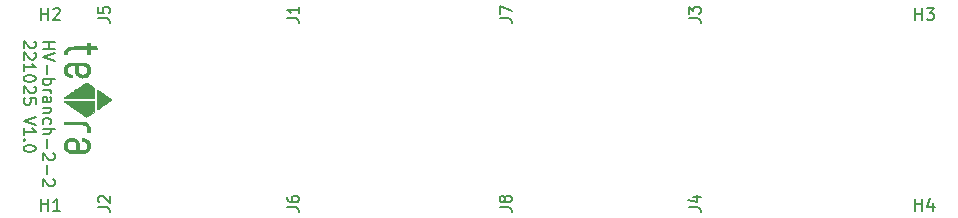
<source format=gbr>
%TF.GenerationSoftware,KiCad,Pcbnew,6.0.1-79c1e3a40b~116~ubuntu20.04.1*%
%TF.CreationDate,2022-10-25T20:32:08+09:00*%
%TF.ProjectId,HV-terminal-branch-board-2-2,48562d74-6572-46d6-996e-616c2d627261,1.0*%
%TF.SameCoordinates,Original*%
%TF.FileFunction,Legend,Top*%
%TF.FilePolarity,Positive*%
%FSLAX46Y46*%
G04 Gerber Fmt 4.6, Leading zero omitted, Abs format (unit mm)*
G04 Created by KiCad (PCBNEW 6.0.1-79c1e3a40b~116~ubuntu20.04.1) date 2022-10-25 20:32:08*
%MOMM*%
%LPD*%
G01*
G04 APERTURE LIST*
%ADD10C,0.150000*%
%ADD11C,0.010000*%
G04 APERTURE END LIST*
D10*
X82352619Y-69335595D02*
X83352619Y-69335595D01*
X82876428Y-69335595D02*
X82876428Y-69907023D01*
X82352619Y-69907023D02*
X83352619Y-69907023D01*
X83352619Y-70240357D02*
X82352619Y-70573690D01*
X83352619Y-70907023D01*
X82733571Y-71240357D02*
X82733571Y-72002261D01*
X82352619Y-72478452D02*
X83352619Y-72478452D01*
X82971666Y-72478452D02*
X83019285Y-72573690D01*
X83019285Y-72764166D01*
X82971666Y-72859404D01*
X82924047Y-72907023D01*
X82828809Y-72954642D01*
X82543095Y-72954642D01*
X82447857Y-72907023D01*
X82400238Y-72859404D01*
X82352619Y-72764166D01*
X82352619Y-72573690D01*
X82400238Y-72478452D01*
X82352619Y-73383214D02*
X83019285Y-73383214D01*
X82828809Y-73383214D02*
X82924047Y-73430833D01*
X82971666Y-73478452D01*
X83019285Y-73573690D01*
X83019285Y-73668928D01*
X82352619Y-74430833D02*
X82876428Y-74430833D01*
X82971666Y-74383214D01*
X83019285Y-74287976D01*
X83019285Y-74097500D01*
X82971666Y-74002261D01*
X82400238Y-74430833D02*
X82352619Y-74335595D01*
X82352619Y-74097500D01*
X82400238Y-74002261D01*
X82495476Y-73954642D01*
X82590714Y-73954642D01*
X82685952Y-74002261D01*
X82733571Y-74097500D01*
X82733571Y-74335595D01*
X82781190Y-74430833D01*
X83019285Y-74907023D02*
X82352619Y-74907023D01*
X82924047Y-74907023D02*
X82971666Y-74954642D01*
X83019285Y-75049880D01*
X83019285Y-75192738D01*
X82971666Y-75287976D01*
X82876428Y-75335595D01*
X82352619Y-75335595D01*
X82400238Y-76240357D02*
X82352619Y-76145119D01*
X82352619Y-75954642D01*
X82400238Y-75859404D01*
X82447857Y-75811785D01*
X82543095Y-75764166D01*
X82828809Y-75764166D01*
X82924047Y-75811785D01*
X82971666Y-75859404D01*
X83019285Y-75954642D01*
X83019285Y-76145119D01*
X82971666Y-76240357D01*
X82352619Y-76668928D02*
X83352619Y-76668928D01*
X82352619Y-77097500D02*
X82876428Y-77097500D01*
X82971666Y-77049880D01*
X83019285Y-76954642D01*
X83019285Y-76811785D01*
X82971666Y-76716547D01*
X82924047Y-76668928D01*
X82733571Y-77573690D02*
X82733571Y-78335595D01*
X83257380Y-78764166D02*
X83305000Y-78811785D01*
X83352619Y-78907023D01*
X83352619Y-79145119D01*
X83305000Y-79240357D01*
X83257380Y-79287976D01*
X83162142Y-79335595D01*
X83066904Y-79335595D01*
X82924047Y-79287976D01*
X82352619Y-78716547D01*
X82352619Y-79335595D01*
X82733571Y-79764166D02*
X82733571Y-80526071D01*
X83257380Y-80954642D02*
X83305000Y-81002261D01*
X83352619Y-81097500D01*
X83352619Y-81335595D01*
X83305000Y-81430833D01*
X83257380Y-81478452D01*
X83162142Y-81526071D01*
X83066904Y-81526071D01*
X82924047Y-81478452D01*
X82352619Y-80907023D01*
X82352619Y-81526071D01*
X81647380Y-69287976D02*
X81695000Y-69335595D01*
X81742619Y-69430833D01*
X81742619Y-69668928D01*
X81695000Y-69764166D01*
X81647380Y-69811785D01*
X81552142Y-69859404D01*
X81456904Y-69859404D01*
X81314047Y-69811785D01*
X80742619Y-69240357D01*
X80742619Y-69859404D01*
X81647380Y-70240357D02*
X81695000Y-70287976D01*
X81742619Y-70383214D01*
X81742619Y-70621309D01*
X81695000Y-70716547D01*
X81647380Y-70764166D01*
X81552142Y-70811785D01*
X81456904Y-70811785D01*
X81314047Y-70764166D01*
X80742619Y-70192738D01*
X80742619Y-70811785D01*
X80742619Y-71764166D02*
X80742619Y-71192738D01*
X80742619Y-71478452D02*
X81742619Y-71478452D01*
X81599761Y-71383214D01*
X81504523Y-71287976D01*
X81456904Y-71192738D01*
X81742619Y-72383214D02*
X81742619Y-72478452D01*
X81695000Y-72573690D01*
X81647380Y-72621309D01*
X81552142Y-72668928D01*
X81361666Y-72716547D01*
X81123571Y-72716547D01*
X80933095Y-72668928D01*
X80837857Y-72621309D01*
X80790238Y-72573690D01*
X80742619Y-72478452D01*
X80742619Y-72383214D01*
X80790238Y-72287976D01*
X80837857Y-72240357D01*
X80933095Y-72192738D01*
X81123571Y-72145119D01*
X81361666Y-72145119D01*
X81552142Y-72192738D01*
X81647380Y-72240357D01*
X81695000Y-72287976D01*
X81742619Y-72383214D01*
X81647380Y-73097500D02*
X81695000Y-73145119D01*
X81742619Y-73240357D01*
X81742619Y-73478452D01*
X81695000Y-73573690D01*
X81647380Y-73621309D01*
X81552142Y-73668928D01*
X81456904Y-73668928D01*
X81314047Y-73621309D01*
X80742619Y-73049880D01*
X80742619Y-73668928D01*
X81742619Y-74573690D02*
X81742619Y-74097500D01*
X81266428Y-74049880D01*
X81314047Y-74097500D01*
X81361666Y-74192738D01*
X81361666Y-74430833D01*
X81314047Y-74526071D01*
X81266428Y-74573690D01*
X81171190Y-74621309D01*
X80933095Y-74621309D01*
X80837857Y-74573690D01*
X80790238Y-74526071D01*
X80742619Y-74430833D01*
X80742619Y-74192738D01*
X80790238Y-74097500D01*
X80837857Y-74049880D01*
X81742619Y-75668928D02*
X80742619Y-76002261D01*
X81742619Y-76335595D01*
X80742619Y-77192738D02*
X80742619Y-76621309D01*
X80742619Y-76907023D02*
X81742619Y-76907023D01*
X81599761Y-76811785D01*
X81504523Y-76716547D01*
X81456904Y-76621309D01*
X80837857Y-77621309D02*
X80790238Y-77668928D01*
X80742619Y-77621309D01*
X80790238Y-77573690D01*
X80837857Y-77621309D01*
X80742619Y-77621309D01*
X81742619Y-78287976D02*
X81742619Y-78383214D01*
X81695000Y-78478452D01*
X81647380Y-78526071D01*
X81552142Y-78573690D01*
X81361666Y-78621309D01*
X81123571Y-78621309D01*
X80933095Y-78573690D01*
X80837857Y-78526071D01*
X80790238Y-78478452D01*
X80742619Y-78383214D01*
X80742619Y-78287976D01*
X80790238Y-78192738D01*
X80837857Y-78145119D01*
X80933095Y-78097500D01*
X81123571Y-78049880D01*
X81361666Y-78049880D01*
X81552142Y-78097500D01*
X81647380Y-78145119D01*
X81695000Y-78192738D01*
X81742619Y-78287976D01*
%TO.C,J4*%
X137052380Y-83333333D02*
X137766666Y-83333333D01*
X137909523Y-83380952D01*
X138004761Y-83476190D01*
X138052380Y-83619047D01*
X138052380Y-83714285D01*
X137385714Y-82428571D02*
X138052380Y-82428571D01*
X137004761Y-82666666D02*
X137719047Y-82904761D01*
X137719047Y-82285714D01*
%TO.C,J2*%
X87052380Y-83333333D02*
X87766666Y-83333333D01*
X87909523Y-83380952D01*
X88004761Y-83476190D01*
X88052380Y-83619047D01*
X88052380Y-83714285D01*
X87147619Y-82904761D02*
X87100000Y-82857142D01*
X87052380Y-82761904D01*
X87052380Y-82523809D01*
X87100000Y-82428571D01*
X87147619Y-82380952D01*
X87242857Y-82333333D01*
X87338095Y-82333333D01*
X87480952Y-82380952D01*
X88052380Y-82952380D01*
X88052380Y-82333333D01*
%TO.C,J8*%
X121052380Y-83333333D02*
X121766666Y-83333333D01*
X121909523Y-83380952D01*
X122004761Y-83476190D01*
X122052380Y-83619047D01*
X122052380Y-83714285D01*
X121480952Y-82714285D02*
X121433333Y-82809523D01*
X121385714Y-82857142D01*
X121290476Y-82904761D01*
X121242857Y-82904761D01*
X121147619Y-82857142D01*
X121100000Y-82809523D01*
X121052380Y-82714285D01*
X121052380Y-82523809D01*
X121100000Y-82428571D01*
X121147619Y-82380952D01*
X121242857Y-82333333D01*
X121290476Y-82333333D01*
X121385714Y-82380952D01*
X121433333Y-82428571D01*
X121480952Y-82523809D01*
X121480952Y-82714285D01*
X121528571Y-82809523D01*
X121576190Y-82857142D01*
X121671428Y-82904761D01*
X121861904Y-82904761D01*
X121957142Y-82857142D01*
X122004761Y-82809523D01*
X122052380Y-82714285D01*
X122052380Y-82523809D01*
X122004761Y-82428571D01*
X121957142Y-82380952D01*
X121861904Y-82333333D01*
X121671428Y-82333333D01*
X121576190Y-82380952D01*
X121528571Y-82428571D01*
X121480952Y-82523809D01*
%TO.C,H4*%
X156238095Y-83602380D02*
X156238095Y-82602380D01*
X156238095Y-83078571D02*
X156809523Y-83078571D01*
X156809523Y-83602380D02*
X156809523Y-82602380D01*
X157714285Y-82935714D02*
X157714285Y-83602380D01*
X157476190Y-82554761D02*
X157238095Y-83269047D01*
X157857142Y-83269047D01*
%TO.C,H1*%
X82238095Y-83602380D02*
X82238095Y-82602380D01*
X82238095Y-83078571D02*
X82809523Y-83078571D01*
X82809523Y-83602380D02*
X82809523Y-82602380D01*
X83809523Y-83602380D02*
X83238095Y-83602380D01*
X83523809Y-83602380D02*
X83523809Y-82602380D01*
X83428571Y-82745238D01*
X83333333Y-82840476D01*
X83238095Y-82888095D01*
%TO.C,J5*%
X87052380Y-67333333D02*
X87766666Y-67333333D01*
X87909523Y-67380952D01*
X88004761Y-67476190D01*
X88052380Y-67619047D01*
X88052380Y-67714285D01*
X87052380Y-66380952D02*
X87052380Y-66857142D01*
X87528571Y-66904761D01*
X87480952Y-66857142D01*
X87433333Y-66761904D01*
X87433333Y-66523809D01*
X87480952Y-66428571D01*
X87528571Y-66380952D01*
X87623809Y-66333333D01*
X87861904Y-66333333D01*
X87957142Y-66380952D01*
X88004761Y-66428571D01*
X88052380Y-66523809D01*
X88052380Y-66761904D01*
X88004761Y-66857142D01*
X87957142Y-66904761D01*
%TO.C,H2*%
X82238095Y-67452380D02*
X82238095Y-66452380D01*
X82238095Y-66928571D02*
X82809523Y-66928571D01*
X82809523Y-67452380D02*
X82809523Y-66452380D01*
X83238095Y-66547619D02*
X83285714Y-66500000D01*
X83380952Y-66452380D01*
X83619047Y-66452380D01*
X83714285Y-66500000D01*
X83761904Y-66547619D01*
X83809523Y-66642857D01*
X83809523Y-66738095D01*
X83761904Y-66880952D01*
X83190476Y-67452380D01*
X83809523Y-67452380D01*
%TO.C,J1*%
X103052380Y-67333333D02*
X103766666Y-67333333D01*
X103909523Y-67380952D01*
X104004761Y-67476190D01*
X104052380Y-67619047D01*
X104052380Y-67714285D01*
X104052380Y-66333333D02*
X104052380Y-66904761D01*
X104052380Y-66619047D02*
X103052380Y-66619047D01*
X103195238Y-66714285D01*
X103290476Y-66809523D01*
X103338095Y-66904761D01*
%TO.C,J3*%
X137052380Y-67333333D02*
X137766666Y-67333333D01*
X137909523Y-67380952D01*
X138004761Y-67476190D01*
X138052380Y-67619047D01*
X138052380Y-67714285D01*
X137052380Y-66952380D02*
X137052380Y-66333333D01*
X137433333Y-66666666D01*
X137433333Y-66523809D01*
X137480952Y-66428571D01*
X137528571Y-66380952D01*
X137623809Y-66333333D01*
X137861904Y-66333333D01*
X137957142Y-66380952D01*
X138004761Y-66428571D01*
X138052380Y-66523809D01*
X138052380Y-66809523D01*
X138004761Y-66904761D01*
X137957142Y-66952380D01*
%TO.C,J6*%
X103052380Y-83333333D02*
X103766666Y-83333333D01*
X103909523Y-83380952D01*
X104004761Y-83476190D01*
X104052380Y-83619047D01*
X104052380Y-83714285D01*
X103052380Y-82428571D02*
X103052380Y-82619047D01*
X103100000Y-82714285D01*
X103147619Y-82761904D01*
X103290476Y-82857142D01*
X103480952Y-82904761D01*
X103861904Y-82904761D01*
X103957142Y-82857142D01*
X104004761Y-82809523D01*
X104052380Y-82714285D01*
X104052380Y-82523809D01*
X104004761Y-82428571D01*
X103957142Y-82380952D01*
X103861904Y-82333333D01*
X103623809Y-82333333D01*
X103528571Y-82380952D01*
X103480952Y-82428571D01*
X103433333Y-82523809D01*
X103433333Y-82714285D01*
X103480952Y-82809523D01*
X103528571Y-82857142D01*
X103623809Y-82904761D01*
%TO.C,H3*%
X156238095Y-67452380D02*
X156238095Y-66452380D01*
X156238095Y-66928571D02*
X156809523Y-66928571D01*
X156809523Y-67452380D02*
X156809523Y-66452380D01*
X157190476Y-66452380D02*
X157809523Y-66452380D01*
X157476190Y-66833333D01*
X157619047Y-66833333D01*
X157714285Y-66880952D01*
X157761904Y-66928571D01*
X157809523Y-67023809D01*
X157809523Y-67261904D01*
X157761904Y-67357142D01*
X157714285Y-67404761D01*
X157619047Y-67452380D01*
X157333333Y-67452380D01*
X157238095Y-67404761D01*
X157190476Y-67357142D01*
%TO.C,J7*%
X121052380Y-67333333D02*
X121766666Y-67333333D01*
X121909523Y-67380952D01*
X122004761Y-67476190D01*
X122052380Y-67619047D01*
X122052380Y-67714285D01*
X121052380Y-66952380D02*
X121052380Y-66285714D01*
X122052380Y-66714285D01*
D11*
%TO.C,L1*%
X88120726Y-74222252D02*
X88111610Y-74242807D01*
X88111610Y-74242807D02*
X88103173Y-74249856D01*
X88103173Y-74249856D02*
X88082082Y-74265607D01*
X88082082Y-74265607D02*
X88049632Y-74289159D01*
X88049632Y-74289159D02*
X88007114Y-74319611D01*
X88007114Y-74319611D02*
X87955823Y-74356061D01*
X87955823Y-74356061D02*
X87897051Y-74397609D01*
X87897051Y-74397609D02*
X87832092Y-74443353D01*
X87832092Y-74443353D02*
X87762240Y-74492393D01*
X87762240Y-74492393D02*
X87688787Y-74543827D01*
X87688787Y-74543827D02*
X87613027Y-74596753D01*
X87613027Y-74596753D02*
X87536253Y-74650272D01*
X87536253Y-74650272D02*
X87459758Y-74703481D01*
X87459758Y-74703481D02*
X87384836Y-74755479D01*
X87384836Y-74755479D02*
X87312781Y-74805366D01*
X87312781Y-74805366D02*
X87244884Y-74852240D01*
X87244884Y-74852240D02*
X87182441Y-74895200D01*
X87182441Y-74895200D02*
X87126743Y-74933345D01*
X87126743Y-74933345D02*
X87079084Y-74965773D01*
X87079084Y-74965773D02*
X87040758Y-74991585D01*
X87040758Y-74991585D02*
X87013058Y-75009877D01*
X87013058Y-75009877D02*
X86997277Y-75019750D01*
X86997277Y-75019750D02*
X86994568Y-75021149D01*
X86994568Y-75021149D02*
X86992342Y-75020872D01*
X86992342Y-75020872D02*
X86990376Y-75017586D01*
X86990376Y-75017586D02*
X86988654Y-75010326D01*
X86988654Y-75010326D02*
X86987158Y-74998124D01*
X86987158Y-74998124D02*
X86985874Y-74980015D01*
X86985874Y-74980015D02*
X86984786Y-74955032D01*
X86984786Y-74955032D02*
X86983879Y-74922209D01*
X86983879Y-74922209D02*
X86983135Y-74880579D01*
X86983135Y-74880579D02*
X86982540Y-74829176D01*
X86982540Y-74829176D02*
X86982077Y-74767035D01*
X86982077Y-74767035D02*
X86981732Y-74693188D01*
X86981732Y-74693188D02*
X86981488Y-74606670D01*
X86981488Y-74606670D02*
X86981328Y-74506513D01*
X86981328Y-74506513D02*
X86981239Y-74391753D01*
X86981239Y-74391753D02*
X86981203Y-74261422D01*
X86981203Y-74261422D02*
X86981200Y-74203200D01*
X86981200Y-74203200D02*
X86981216Y-74066404D01*
X86981216Y-74066404D02*
X86981276Y-73945571D01*
X86981276Y-73945571D02*
X86981396Y-73839728D01*
X86981396Y-73839728D02*
X86981592Y-73747903D01*
X86981592Y-73747903D02*
X86981881Y-73669126D01*
X86981881Y-73669126D02*
X86982278Y-73602424D01*
X86982278Y-73602424D02*
X86982801Y-73546827D01*
X86982801Y-73546827D02*
X86983466Y-73501362D01*
X86983466Y-73501362D02*
X86984289Y-73465058D01*
X86984289Y-73465058D02*
X86985286Y-73436944D01*
X86985286Y-73436944D02*
X86986475Y-73416048D01*
X86986475Y-73416048D02*
X86987870Y-73401399D01*
X86987870Y-73401399D02*
X86989490Y-73392025D01*
X86989490Y-73392025D02*
X86991349Y-73386954D01*
X86991349Y-73386954D02*
X86993465Y-73385215D01*
X86993465Y-73385215D02*
X86994985Y-73385411D01*
X86994985Y-73385411D02*
X87005799Y-73391665D01*
X87005799Y-73391665D02*
X87029017Y-73406623D01*
X87029017Y-73406623D02*
X87063351Y-73429394D01*
X87063351Y-73429394D02*
X87107514Y-73459086D01*
X87107514Y-73459086D02*
X87160217Y-73494807D01*
X87160217Y-73494807D02*
X87220172Y-73535667D01*
X87220172Y-73535667D02*
X87286091Y-73580774D01*
X87286091Y-73580774D02*
X87356684Y-73629235D01*
X87356684Y-73629235D02*
X87430665Y-73680161D01*
X87430665Y-73680161D02*
X87506745Y-73732659D01*
X87506745Y-73732659D02*
X87583635Y-73785838D01*
X87583635Y-73785838D02*
X87660047Y-73838807D01*
X87660047Y-73838807D02*
X87734693Y-73890673D01*
X87734693Y-73890673D02*
X87806285Y-73940546D01*
X87806285Y-73940546D02*
X87873535Y-73987534D01*
X87873535Y-73987534D02*
X87935154Y-74030745D01*
X87935154Y-74030745D02*
X87989854Y-74069289D01*
X87989854Y-74069289D02*
X88036346Y-74102273D01*
X88036346Y-74102273D02*
X88073343Y-74128806D01*
X88073343Y-74128806D02*
X88099556Y-74147997D01*
X88099556Y-74147997D02*
X88113698Y-74158954D01*
X88113698Y-74158954D02*
X88115821Y-74161029D01*
X88115821Y-74161029D02*
X88123589Y-74190270D01*
X88123589Y-74190270D02*
X88120726Y-74222252D01*
X88120726Y-74222252D02*
X88120726Y-74222252D01*
G36*
X86994985Y-73385411D02*
G01*
X87005799Y-73391665D01*
X87029017Y-73406623D01*
X87063351Y-73429394D01*
X87107514Y-73459086D01*
X87160217Y-73494807D01*
X87220172Y-73535667D01*
X87286091Y-73580774D01*
X87356684Y-73629235D01*
X87430665Y-73680161D01*
X87506745Y-73732659D01*
X87583635Y-73785838D01*
X87660047Y-73838807D01*
X87734693Y-73890673D01*
X87806285Y-73940546D01*
X87873535Y-73987534D01*
X87935154Y-74030745D01*
X87989854Y-74069289D01*
X88036346Y-74102273D01*
X88073343Y-74128806D01*
X88099556Y-74147997D01*
X88113698Y-74158954D01*
X88115821Y-74161029D01*
X88123589Y-74190270D01*
X88120726Y-74222252D01*
X88111610Y-74242807D01*
X88103173Y-74249856D01*
X88082082Y-74265607D01*
X88049632Y-74289159D01*
X88007114Y-74319611D01*
X87955823Y-74356061D01*
X87897051Y-74397609D01*
X87832092Y-74443353D01*
X87762240Y-74492393D01*
X87688787Y-74543827D01*
X87613027Y-74596753D01*
X87536253Y-74650272D01*
X87459758Y-74703481D01*
X87384836Y-74755479D01*
X87312781Y-74805366D01*
X87244884Y-74852240D01*
X87182441Y-74895200D01*
X87126743Y-74933345D01*
X87079084Y-74965773D01*
X87040758Y-74991585D01*
X87013058Y-75009877D01*
X86997277Y-75019750D01*
X86994568Y-75021149D01*
X86992342Y-75020872D01*
X86990376Y-75017586D01*
X86988654Y-75010326D01*
X86987158Y-74998124D01*
X86985874Y-74980015D01*
X86984786Y-74955032D01*
X86983879Y-74922209D01*
X86983135Y-74880579D01*
X86982540Y-74829176D01*
X86982077Y-74767035D01*
X86981732Y-74693188D01*
X86981488Y-74606670D01*
X86981328Y-74506513D01*
X86981239Y-74391753D01*
X86981203Y-74261422D01*
X86981200Y-74203200D01*
X86981216Y-74066404D01*
X86981276Y-73945571D01*
X86981396Y-73839728D01*
X86981592Y-73747903D01*
X86981881Y-73669126D01*
X86982278Y-73602424D01*
X86982801Y-73546827D01*
X86983466Y-73501362D01*
X86984289Y-73465058D01*
X86985286Y-73436944D01*
X86986475Y-73416048D01*
X86987870Y-73401399D01*
X86989490Y-73392025D01*
X86991349Y-73386954D01*
X86993465Y-73385215D01*
X86994985Y-73385411D01*
G37*
X86994985Y-73385411D02*
X87005799Y-73391665D01*
X87029017Y-73406623D01*
X87063351Y-73429394D01*
X87107514Y-73459086D01*
X87160217Y-73494807D01*
X87220172Y-73535667D01*
X87286091Y-73580774D01*
X87356684Y-73629235D01*
X87430665Y-73680161D01*
X87506745Y-73732659D01*
X87583635Y-73785838D01*
X87660047Y-73838807D01*
X87734693Y-73890673D01*
X87806285Y-73940546D01*
X87873535Y-73987534D01*
X87935154Y-74030745D01*
X87989854Y-74069289D01*
X88036346Y-74102273D01*
X88073343Y-74128806D01*
X88099556Y-74147997D01*
X88113698Y-74158954D01*
X88115821Y-74161029D01*
X88123589Y-74190270D01*
X88120726Y-74222252D01*
X88111610Y-74242807D01*
X88103173Y-74249856D01*
X88082082Y-74265607D01*
X88049632Y-74289159D01*
X88007114Y-74319611D01*
X87955823Y-74356061D01*
X87897051Y-74397609D01*
X87832092Y-74443353D01*
X87762240Y-74492393D01*
X87688787Y-74543827D01*
X87613027Y-74596753D01*
X87536253Y-74650272D01*
X87459758Y-74703481D01*
X87384836Y-74755479D01*
X87312781Y-74805366D01*
X87244884Y-74852240D01*
X87182441Y-74895200D01*
X87126743Y-74933345D01*
X87079084Y-74965773D01*
X87040758Y-74991585D01*
X87013058Y-75009877D01*
X86997277Y-75019750D01*
X86994568Y-75021149D01*
X86992342Y-75020872D01*
X86990376Y-75017586D01*
X86988654Y-75010326D01*
X86987158Y-74998124D01*
X86985874Y-74980015D01*
X86984786Y-74955032D01*
X86983879Y-74922209D01*
X86983135Y-74880579D01*
X86982540Y-74829176D01*
X86982077Y-74767035D01*
X86981732Y-74693188D01*
X86981488Y-74606670D01*
X86981328Y-74506513D01*
X86981239Y-74391753D01*
X86981203Y-74261422D01*
X86981200Y-74203200D01*
X86981216Y-74066404D01*
X86981276Y-73945571D01*
X86981396Y-73839728D01*
X86981592Y-73747903D01*
X86981881Y-73669126D01*
X86982278Y-73602424D01*
X86982801Y-73546827D01*
X86983466Y-73501362D01*
X86984289Y-73465058D01*
X86985286Y-73436944D01*
X86986475Y-73416048D01*
X86987870Y-73401399D01*
X86989490Y-73392025D01*
X86991349Y-73386954D01*
X86993465Y-73385215D01*
X86994985Y-73385411D01*
X86354216Y-76870026D02*
X86351201Y-76902200D01*
X86351201Y-76902200D02*
X86343765Y-76923780D01*
X86343765Y-76923780D02*
X86330499Y-76936878D01*
X86330499Y-76936878D02*
X86309993Y-76943607D01*
X86309993Y-76943607D02*
X86280838Y-76946078D01*
X86280838Y-76946078D02*
X86241625Y-76946406D01*
X86241625Y-76946406D02*
X86231900Y-76946400D01*
X86231900Y-76946400D02*
X86190026Y-76946227D01*
X86190026Y-76946227D02*
X86158948Y-76944245D01*
X86158948Y-76944245D02*
X86137059Y-76938259D01*
X86137059Y-76938259D02*
X86122749Y-76926073D01*
X86122749Y-76926073D02*
X86114410Y-76905491D01*
X86114410Y-76905491D02*
X86110433Y-76874319D01*
X86110433Y-76874319D02*
X86109210Y-76830360D01*
X86109210Y-76830360D02*
X86109134Y-76778845D01*
X86109134Y-76778845D02*
X86108099Y-76708949D01*
X86108099Y-76708949D02*
X86104588Y-76652433D01*
X86104588Y-76652433D02*
X86097987Y-76605848D01*
X86097987Y-76605848D02*
X86087684Y-76565744D01*
X86087684Y-76565744D02*
X86073067Y-76528671D01*
X86073067Y-76528671D02*
X86060172Y-76503103D01*
X86060172Y-76503103D02*
X86017606Y-76441985D01*
X86017606Y-76441985D02*
X85962224Y-76390238D01*
X85962224Y-76390238D02*
X85896247Y-76349447D01*
X85896247Y-76349447D02*
X85821899Y-76321200D01*
X85821899Y-76321200D02*
X85796900Y-76315111D01*
X85796900Y-76315111D02*
X85784267Y-76313001D01*
X85784267Y-76313001D02*
X85766838Y-76311142D01*
X85766838Y-76311142D02*
X85743600Y-76309520D01*
X85743600Y-76309520D02*
X85713541Y-76308121D01*
X85713541Y-76308121D02*
X85675646Y-76306928D01*
X85675646Y-76306928D02*
X85628902Y-76305928D01*
X85628902Y-76305928D02*
X85572296Y-76305106D01*
X85572296Y-76305106D02*
X85504815Y-76304447D01*
X85504815Y-76304447D02*
X85425446Y-76303936D01*
X85425446Y-76303936D02*
X85333175Y-76303559D01*
X85333175Y-76303559D02*
X85226989Y-76303300D01*
X85226989Y-76303300D02*
X85105874Y-76303145D01*
X85105874Y-76303145D02*
X84971927Y-76303080D01*
X84971927Y-76303080D02*
X84817599Y-76302953D01*
X84817599Y-76302953D02*
X84680183Y-76302634D01*
X84680183Y-76302634D02*
X84559658Y-76302123D01*
X84559658Y-76302123D02*
X84456003Y-76301420D01*
X84456003Y-76301420D02*
X84369197Y-76300524D01*
X84369197Y-76300524D02*
X84299220Y-76299435D01*
X84299220Y-76299435D02*
X84246052Y-76298153D01*
X84246052Y-76298153D02*
X84209670Y-76296678D01*
X84209670Y-76296678D02*
X84190056Y-76295009D01*
X84190056Y-76295009D02*
X84186644Y-76294169D01*
X84186644Y-76294169D02*
X84179629Y-76288904D01*
X84179629Y-76288904D02*
X84174948Y-76279982D01*
X84174948Y-76279982D02*
X84172138Y-76264329D01*
X84172138Y-76264329D02*
X84170738Y-76238872D01*
X84170738Y-76238872D02*
X84170287Y-76200537D01*
X84170287Y-76200537D02*
X84170267Y-76185139D01*
X84170267Y-76185139D02*
X84170830Y-76138358D01*
X84170830Y-76138358D02*
X84172689Y-76106113D01*
X84172689Y-76106113D02*
X84176096Y-76086039D01*
X84176096Y-76086039D02*
X84181302Y-76075771D01*
X84181302Y-76075771D02*
X84182012Y-76075126D01*
X84182012Y-76075126D02*
X84188733Y-76073401D01*
X84188733Y-76073401D02*
X84204922Y-76071901D01*
X84204922Y-76071901D02*
X84231269Y-76070621D01*
X84231269Y-76070621D02*
X84268467Y-76069555D01*
X84268467Y-76069555D02*
X84317204Y-76068696D01*
X84317204Y-76068696D02*
X84378171Y-76068039D01*
X84378171Y-76068039D02*
X84452060Y-76067577D01*
X84452060Y-76067577D02*
X84539561Y-76067305D01*
X84539561Y-76067305D02*
X84641365Y-76067217D01*
X84641365Y-76067217D02*
X84758162Y-76067305D01*
X84758162Y-76067305D02*
X84890642Y-76067565D01*
X84890642Y-76067565D02*
X85009629Y-76067896D01*
X85009629Y-76067896D02*
X85825500Y-76070415D01*
X85825500Y-76070415D02*
X85888768Y-76089859D01*
X85888768Y-76089859D02*
X85989362Y-76128741D01*
X85989362Y-76128741D02*
X86078887Y-76179968D01*
X86078887Y-76179968D02*
X86156811Y-76243096D01*
X86156811Y-76243096D02*
X86222601Y-76317683D01*
X86222601Y-76317683D02*
X86275725Y-76403286D01*
X86275725Y-76403286D02*
X86282656Y-76417233D01*
X86282656Y-76417233D02*
X86304996Y-76467220D01*
X86304996Y-76467220D02*
X86322041Y-76514929D01*
X86322041Y-76514929D02*
X86334548Y-76564125D01*
X86334548Y-76564125D02*
X86343274Y-76618577D01*
X86343274Y-76618577D02*
X86348976Y-76682050D01*
X86348976Y-76682050D02*
X86352411Y-76758310D01*
X86352411Y-76758310D02*
X86352621Y-76765442D01*
X86352621Y-76765442D02*
X86354220Y-76825144D01*
X86354220Y-76825144D02*
X86354216Y-76870026D01*
X86354216Y-76870026D02*
X86354216Y-76870026D01*
G36*
X84758162Y-76067305D02*
G01*
X84890642Y-76067565D01*
X85009629Y-76067896D01*
X85825500Y-76070415D01*
X85888768Y-76089859D01*
X85989362Y-76128741D01*
X86078887Y-76179968D01*
X86156811Y-76243096D01*
X86222601Y-76317683D01*
X86275725Y-76403286D01*
X86282656Y-76417233D01*
X86304996Y-76467220D01*
X86322041Y-76514929D01*
X86334548Y-76564125D01*
X86343274Y-76618577D01*
X86348976Y-76682050D01*
X86352411Y-76758310D01*
X86352621Y-76765442D01*
X86354220Y-76825144D01*
X86354216Y-76870026D01*
X86351201Y-76902200D01*
X86343765Y-76923780D01*
X86330499Y-76936878D01*
X86309993Y-76943607D01*
X86280838Y-76946078D01*
X86241625Y-76946406D01*
X86231900Y-76946400D01*
X86190026Y-76946227D01*
X86158948Y-76944245D01*
X86137059Y-76938259D01*
X86122749Y-76926073D01*
X86114410Y-76905491D01*
X86110433Y-76874319D01*
X86109210Y-76830360D01*
X86109134Y-76778845D01*
X86108099Y-76708949D01*
X86104588Y-76652433D01*
X86097987Y-76605848D01*
X86087684Y-76565744D01*
X86073067Y-76528671D01*
X86060172Y-76503103D01*
X86017606Y-76441985D01*
X85962224Y-76390238D01*
X85896247Y-76349447D01*
X85821899Y-76321200D01*
X85796900Y-76315111D01*
X85784267Y-76313001D01*
X85766838Y-76311142D01*
X85743600Y-76309520D01*
X85713541Y-76308121D01*
X85675646Y-76306928D01*
X85628902Y-76305928D01*
X85572296Y-76305106D01*
X85504815Y-76304447D01*
X85425446Y-76303936D01*
X85333175Y-76303559D01*
X85226989Y-76303300D01*
X85105874Y-76303145D01*
X84971927Y-76303080D01*
X84817599Y-76302953D01*
X84680183Y-76302634D01*
X84559658Y-76302123D01*
X84456003Y-76301420D01*
X84369197Y-76300524D01*
X84299220Y-76299435D01*
X84246052Y-76298153D01*
X84209670Y-76296678D01*
X84190056Y-76295009D01*
X84186644Y-76294169D01*
X84179629Y-76288904D01*
X84174948Y-76279982D01*
X84172138Y-76264329D01*
X84170738Y-76238872D01*
X84170287Y-76200537D01*
X84170267Y-76185139D01*
X84170830Y-76138358D01*
X84172689Y-76106113D01*
X84176096Y-76086039D01*
X84181302Y-76075771D01*
X84182012Y-76075126D01*
X84188733Y-76073401D01*
X84204922Y-76071901D01*
X84231269Y-76070621D01*
X84268467Y-76069555D01*
X84317204Y-76068696D01*
X84378171Y-76068039D01*
X84452060Y-76067577D01*
X84539561Y-76067305D01*
X84641365Y-76067217D01*
X84758162Y-76067305D01*
G37*
X84758162Y-76067305D02*
X84890642Y-76067565D01*
X85009629Y-76067896D01*
X85825500Y-76070415D01*
X85888768Y-76089859D01*
X85989362Y-76128741D01*
X86078887Y-76179968D01*
X86156811Y-76243096D01*
X86222601Y-76317683D01*
X86275725Y-76403286D01*
X86282656Y-76417233D01*
X86304996Y-76467220D01*
X86322041Y-76514929D01*
X86334548Y-76564125D01*
X86343274Y-76618577D01*
X86348976Y-76682050D01*
X86352411Y-76758310D01*
X86352621Y-76765442D01*
X86354220Y-76825144D01*
X86354216Y-76870026D01*
X86351201Y-76902200D01*
X86343765Y-76923780D01*
X86330499Y-76936878D01*
X86309993Y-76943607D01*
X86280838Y-76946078D01*
X86241625Y-76946406D01*
X86231900Y-76946400D01*
X86190026Y-76946227D01*
X86158948Y-76944245D01*
X86137059Y-76938259D01*
X86122749Y-76926073D01*
X86114410Y-76905491D01*
X86110433Y-76874319D01*
X86109210Y-76830360D01*
X86109134Y-76778845D01*
X86108099Y-76708949D01*
X86104588Y-76652433D01*
X86097987Y-76605848D01*
X86087684Y-76565744D01*
X86073067Y-76528671D01*
X86060172Y-76503103D01*
X86017606Y-76441985D01*
X85962224Y-76390238D01*
X85896247Y-76349447D01*
X85821899Y-76321200D01*
X85796900Y-76315111D01*
X85784267Y-76313001D01*
X85766838Y-76311142D01*
X85743600Y-76309520D01*
X85713541Y-76308121D01*
X85675646Y-76306928D01*
X85628902Y-76305928D01*
X85572296Y-76305106D01*
X85504815Y-76304447D01*
X85425446Y-76303936D01*
X85333175Y-76303559D01*
X85226989Y-76303300D01*
X85105874Y-76303145D01*
X84971927Y-76303080D01*
X84817599Y-76302953D01*
X84680183Y-76302634D01*
X84559658Y-76302123D01*
X84456003Y-76301420D01*
X84369197Y-76300524D01*
X84299220Y-76299435D01*
X84246052Y-76298153D01*
X84209670Y-76296678D01*
X84190056Y-76295009D01*
X84186644Y-76294169D01*
X84179629Y-76288904D01*
X84174948Y-76279982D01*
X84172138Y-76264329D01*
X84170738Y-76238872D01*
X84170287Y-76200537D01*
X84170267Y-76185139D01*
X84170830Y-76138358D01*
X84172689Y-76106113D01*
X84176096Y-76086039D01*
X84181302Y-76075771D01*
X84182012Y-76075126D01*
X84188733Y-76073401D01*
X84204922Y-76071901D01*
X84231269Y-76070621D01*
X84268467Y-76069555D01*
X84317204Y-76068696D01*
X84378171Y-76068039D01*
X84452060Y-76067577D01*
X84539561Y-76067305D01*
X84641365Y-76067217D01*
X84758162Y-76067305D01*
X86437874Y-75409899D02*
X86375668Y-75452895D01*
X86375668Y-75452895D02*
X86316949Y-75493309D01*
X86316949Y-75493309D02*
X86263368Y-75530016D01*
X86263368Y-75530016D02*
X86216576Y-75561894D01*
X86216576Y-75561894D02*
X86178223Y-75587820D01*
X86178223Y-75587820D02*
X86149959Y-75606669D01*
X86149959Y-75606669D02*
X86133435Y-75617320D01*
X86133435Y-75617320D02*
X86130957Y-75618779D01*
X86130957Y-75618779D02*
X86084525Y-75635476D01*
X86084525Y-75635476D02*
X86034451Y-75638507D01*
X86034451Y-75638507D02*
X86001626Y-75632318D01*
X86001626Y-75632318D02*
X85991174Y-75626532D01*
X85991174Y-75626532D02*
X85967946Y-75611926D01*
X85967946Y-75611926D02*
X85932934Y-75589176D01*
X85932934Y-75589176D02*
X85887129Y-75558960D01*
X85887129Y-75558960D02*
X85831522Y-75521955D01*
X85831522Y-75521955D02*
X85767106Y-75478836D01*
X85767106Y-75478836D02*
X85694872Y-75430282D01*
X85694872Y-75430282D02*
X85615811Y-75376968D01*
X85615811Y-75376968D02*
X85530915Y-75319572D01*
X85530915Y-75319572D02*
X85441176Y-75258770D01*
X85441176Y-75258770D02*
X85347585Y-75195239D01*
X85347585Y-75195239D02*
X85251134Y-75129656D01*
X85251134Y-75129656D02*
X85152814Y-75062698D01*
X85152814Y-75062698D02*
X85053617Y-74995042D01*
X85053617Y-74995042D02*
X84954535Y-74927364D01*
X84954535Y-74927364D02*
X84856558Y-74860342D01*
X84856558Y-74860342D02*
X84760680Y-74794651D01*
X84760680Y-74794651D02*
X84667890Y-74730970D01*
X84667890Y-74730970D02*
X84579182Y-74669974D01*
X84579182Y-74669974D02*
X84495545Y-74612340D01*
X84495545Y-74612340D02*
X84417973Y-74558746D01*
X84417973Y-74558746D02*
X84347456Y-74509868D01*
X84347456Y-74509868D02*
X84284987Y-74466383D01*
X84284987Y-74466383D02*
X84231556Y-74428968D01*
X84231556Y-74428968D02*
X84188155Y-74398299D01*
X84188155Y-74398299D02*
X84155777Y-74375053D01*
X84155777Y-74375053D02*
X84135411Y-74359908D01*
X84135411Y-74359908D02*
X84128051Y-74353540D01*
X84128051Y-74353540D02*
X84128041Y-74353483D01*
X84128041Y-74353483D02*
X84136340Y-74352754D01*
X84136340Y-74352754D02*
X84160644Y-74352049D01*
X84160644Y-74352049D02*
X84200023Y-74351372D01*
X84200023Y-74351372D02*
X84253549Y-74350728D01*
X84253549Y-74350728D02*
X84320291Y-74350122D01*
X84320291Y-74350122D02*
X84399323Y-74349558D01*
X84399323Y-74349558D02*
X84489713Y-74349041D01*
X84489713Y-74349041D02*
X84590534Y-74348576D01*
X84590534Y-74348576D02*
X84700857Y-74348168D01*
X84700857Y-74348168D02*
X84819752Y-74347820D01*
X84819752Y-74347820D02*
X84946291Y-74347538D01*
X84946291Y-74347538D02*
X85079544Y-74347327D01*
X85079544Y-74347327D02*
X85218583Y-74347191D01*
X85218583Y-74347191D02*
X85362478Y-74347134D01*
X85362478Y-74347134D02*
X85388203Y-74347133D01*
X85388203Y-74347133D02*
X85576713Y-74347177D01*
X85576713Y-74347177D02*
X85748707Y-74347309D01*
X85748707Y-74347309D02*
X85904601Y-74347534D01*
X85904601Y-74347534D02*
X86044813Y-74347854D01*
X86044813Y-74347854D02*
X86169758Y-74348272D01*
X86169758Y-74348272D02*
X86279855Y-74348792D01*
X86279855Y-74348792D02*
X86375519Y-74349415D01*
X86375519Y-74349415D02*
X86457168Y-74350146D01*
X86457168Y-74350146D02*
X86525219Y-74350988D01*
X86525219Y-74350988D02*
X86580087Y-74351942D01*
X86580087Y-74351942D02*
X86622191Y-74353014D01*
X86622191Y-74353014D02*
X86651947Y-74354204D01*
X86651947Y-74354204D02*
X86669771Y-74355517D01*
X86669771Y-74355517D02*
X86675315Y-74356490D01*
X86675315Y-74356490D02*
X86696481Y-74367488D01*
X86696481Y-74367488D02*
X86710279Y-74381030D01*
X86710279Y-74381030D02*
X86710446Y-74381334D01*
X86710446Y-74381334D02*
X86712396Y-74393472D01*
X86712396Y-74393472D02*
X86714122Y-74421529D01*
X86714122Y-74421529D02*
X86715605Y-74464493D01*
X86715605Y-74464493D02*
X86716824Y-74521349D01*
X86716824Y-74521349D02*
X86717760Y-74591086D01*
X86717760Y-74591086D02*
X86718394Y-74672689D01*
X86718394Y-74672689D02*
X86718704Y-74765147D01*
X86718704Y-74765147D02*
X86718733Y-74806092D01*
X86718733Y-74806092D02*
X86718733Y-75215364D01*
X86718733Y-75215364D02*
X86437874Y-75409899D01*
X86437874Y-75409899D02*
X86437874Y-75409899D01*
G36*
X85576713Y-74347177D02*
G01*
X85748707Y-74347309D01*
X85904601Y-74347534D01*
X86044813Y-74347854D01*
X86169758Y-74348272D01*
X86279855Y-74348792D01*
X86375519Y-74349415D01*
X86457168Y-74350146D01*
X86525219Y-74350988D01*
X86580087Y-74351942D01*
X86622191Y-74353014D01*
X86651947Y-74354204D01*
X86669771Y-74355517D01*
X86675315Y-74356490D01*
X86696481Y-74367488D01*
X86710279Y-74381030D01*
X86710446Y-74381334D01*
X86712396Y-74393472D01*
X86714122Y-74421529D01*
X86715605Y-74464493D01*
X86716824Y-74521349D01*
X86717760Y-74591086D01*
X86718394Y-74672689D01*
X86718704Y-74765147D01*
X86718733Y-74806092D01*
X86718733Y-75215364D01*
X86437874Y-75409899D01*
X86375668Y-75452895D01*
X86316949Y-75493309D01*
X86263368Y-75530016D01*
X86216576Y-75561894D01*
X86178223Y-75587820D01*
X86149959Y-75606669D01*
X86133435Y-75617320D01*
X86130957Y-75618779D01*
X86084525Y-75635476D01*
X86034451Y-75638507D01*
X86001626Y-75632318D01*
X85991174Y-75626532D01*
X85967946Y-75611926D01*
X85932934Y-75589176D01*
X85887129Y-75558960D01*
X85831522Y-75521955D01*
X85767106Y-75478836D01*
X85694872Y-75430282D01*
X85615811Y-75376968D01*
X85530915Y-75319572D01*
X85441176Y-75258770D01*
X85347585Y-75195239D01*
X85251134Y-75129656D01*
X85152814Y-75062698D01*
X85053617Y-74995042D01*
X84954535Y-74927364D01*
X84856558Y-74860342D01*
X84760680Y-74794651D01*
X84667890Y-74730970D01*
X84579182Y-74669974D01*
X84495545Y-74612340D01*
X84417973Y-74558746D01*
X84347456Y-74509868D01*
X84284987Y-74466383D01*
X84231556Y-74428968D01*
X84188155Y-74398299D01*
X84155777Y-74375053D01*
X84135411Y-74359908D01*
X84128051Y-74353540D01*
X84128041Y-74353483D01*
X84136340Y-74352754D01*
X84160644Y-74352049D01*
X84200023Y-74351372D01*
X84253549Y-74350728D01*
X84320291Y-74350122D01*
X84399323Y-74349558D01*
X84489713Y-74349041D01*
X84590534Y-74348576D01*
X84700857Y-74348168D01*
X84819752Y-74347820D01*
X84946291Y-74347538D01*
X85079544Y-74347327D01*
X85218583Y-74347191D01*
X85362478Y-74347134D01*
X85388203Y-74347133D01*
X85576713Y-74347177D01*
G37*
X85576713Y-74347177D02*
X85748707Y-74347309D01*
X85904601Y-74347534D01*
X86044813Y-74347854D01*
X86169758Y-74348272D01*
X86279855Y-74348792D01*
X86375519Y-74349415D01*
X86457168Y-74350146D01*
X86525219Y-74350988D01*
X86580087Y-74351942D01*
X86622191Y-74353014D01*
X86651947Y-74354204D01*
X86669771Y-74355517D01*
X86675315Y-74356490D01*
X86696481Y-74367488D01*
X86710279Y-74381030D01*
X86710446Y-74381334D01*
X86712396Y-74393472D01*
X86714122Y-74421529D01*
X86715605Y-74464493D01*
X86716824Y-74521349D01*
X86717760Y-74591086D01*
X86718394Y-74672689D01*
X86718704Y-74765147D01*
X86718733Y-74806092D01*
X86718733Y-75215364D01*
X86437874Y-75409899D01*
X86375668Y-75452895D01*
X86316949Y-75493309D01*
X86263368Y-75530016D01*
X86216576Y-75561894D01*
X86178223Y-75587820D01*
X86149959Y-75606669D01*
X86133435Y-75617320D01*
X86130957Y-75618779D01*
X86084525Y-75635476D01*
X86034451Y-75638507D01*
X86001626Y-75632318D01*
X85991174Y-75626532D01*
X85967946Y-75611926D01*
X85932934Y-75589176D01*
X85887129Y-75558960D01*
X85831522Y-75521955D01*
X85767106Y-75478836D01*
X85694872Y-75430282D01*
X85615811Y-75376968D01*
X85530915Y-75319572D01*
X85441176Y-75258770D01*
X85347585Y-75195239D01*
X85251134Y-75129656D01*
X85152814Y-75062698D01*
X85053617Y-74995042D01*
X84954535Y-74927364D01*
X84856558Y-74860342D01*
X84760680Y-74794651D01*
X84667890Y-74730970D01*
X84579182Y-74669974D01*
X84495545Y-74612340D01*
X84417973Y-74558746D01*
X84347456Y-74509868D01*
X84284987Y-74466383D01*
X84231556Y-74428968D01*
X84188155Y-74398299D01*
X84155777Y-74375053D01*
X84135411Y-74359908D01*
X84128051Y-74353540D01*
X84128041Y-74353483D01*
X84136340Y-74352754D01*
X84160644Y-74352049D01*
X84200023Y-74351372D01*
X84253549Y-74350728D01*
X84320291Y-74350122D01*
X84399323Y-74349558D01*
X84489713Y-74349041D01*
X84590534Y-74348576D01*
X84700857Y-74348168D01*
X84819752Y-74347820D01*
X84946291Y-74347538D01*
X85079544Y-74347327D01*
X85218583Y-74347191D01*
X85362478Y-74347134D01*
X85388203Y-74347133D01*
X85576713Y-74347177D01*
X86375210Y-78097867D02*
X86374888Y-78149836D01*
X86374888Y-78149836D02*
X86373785Y-78188916D01*
X86373785Y-78188916D02*
X86371440Y-78219149D01*
X86371440Y-78219149D02*
X86367391Y-78244577D01*
X86367391Y-78244577D02*
X86361174Y-78269240D01*
X86361174Y-78269240D02*
X86352443Y-78296833D01*
X86352443Y-78296833D02*
X86312737Y-78391341D01*
X86312737Y-78391341D02*
X86260313Y-78474708D01*
X86260313Y-78474708D02*
X86195136Y-78546970D01*
X86195136Y-78546970D02*
X86117167Y-78608161D01*
X86117167Y-78608161D02*
X86026369Y-78658318D01*
X86026369Y-78658318D02*
X85926785Y-78696217D01*
X85926785Y-78696217D02*
X85850900Y-78719804D01*
X85850900Y-78719804D02*
X85293904Y-78722498D01*
X85293904Y-78722498D02*
X85179750Y-78723002D01*
X85179750Y-78723002D02*
X85081175Y-78723315D01*
X85081175Y-78723315D02*
X84996825Y-78723414D01*
X84996825Y-78723414D02*
X84925347Y-78723276D01*
X84925347Y-78723276D02*
X84865388Y-78722879D01*
X84865388Y-78722879D02*
X84815593Y-78722200D01*
X84815593Y-78722200D02*
X84774609Y-78721217D01*
X84774609Y-78721217D02*
X84741082Y-78719906D01*
X84741082Y-78719906D02*
X84713659Y-78718246D01*
X84713659Y-78718246D02*
X84690987Y-78716212D01*
X84690987Y-78716212D02*
X84671711Y-78713784D01*
X84671711Y-78713784D02*
X84659782Y-78711883D01*
X84659782Y-78711883D02*
X84558177Y-78686637D01*
X84558177Y-78686637D02*
X84464520Y-78647873D01*
X84464520Y-78647873D02*
X84380042Y-78596610D01*
X84380042Y-78596610D02*
X84305975Y-78533867D01*
X84305975Y-78533867D02*
X84243549Y-78460662D01*
X84243549Y-78460662D02*
X84193996Y-78378012D01*
X84193996Y-78378012D02*
X84162909Y-78301067D01*
X84162909Y-78301067D02*
X84138583Y-78198977D01*
X84138583Y-78198977D02*
X84129735Y-78093567D01*
X84129735Y-78093567D02*
X84136708Y-77988985D01*
X84136708Y-77988985D02*
X84136882Y-77987800D01*
X84136882Y-77987800D02*
X84159516Y-77889698D01*
X84159516Y-77889698D02*
X84196860Y-77797888D01*
X84196860Y-77797888D02*
X84247741Y-77714002D01*
X84247741Y-77714002D02*
X84310982Y-77639675D01*
X84310982Y-77639675D02*
X84385408Y-77576542D01*
X84385408Y-77576542D02*
X84468227Y-77527028D01*
X84468227Y-77527028D02*
X84529621Y-77499278D01*
X84529621Y-77499278D02*
X84586528Y-77479410D01*
X84586528Y-77479410D02*
X84645711Y-77465514D01*
X84645711Y-77465514D02*
X84713931Y-77455682D01*
X84713931Y-77455682D02*
X84725537Y-77454421D01*
X84725537Y-77454421D02*
X84764301Y-77452822D01*
X84764301Y-77452822D02*
X84764301Y-77686093D01*
X84764301Y-77686093D02*
X84757084Y-77686673D01*
X84757084Y-77686673D02*
X84669306Y-77701295D01*
X84669306Y-77701295D02*
X84590984Y-77728292D01*
X84590984Y-77728292D02*
X84523108Y-77766926D01*
X84523108Y-77766926D02*
X84466670Y-77816459D01*
X84466670Y-77816459D02*
X84422660Y-77876152D01*
X84422660Y-77876152D02*
X84392069Y-77945267D01*
X84392069Y-77945267D02*
X84387040Y-77962400D01*
X84387040Y-77962400D02*
X84377534Y-78015545D01*
X84377534Y-78015545D02*
X84374006Y-78076741D01*
X84374006Y-78076741D02*
X84376364Y-78139095D01*
X84376364Y-78139095D02*
X84384515Y-78195712D01*
X84384515Y-78195712D02*
X84390499Y-78218961D01*
X84390499Y-78218961D02*
X84404311Y-78255619D01*
X84404311Y-78255619D02*
X84422230Y-78292818D01*
X84422230Y-78292818D02*
X84435546Y-78315102D01*
X84435546Y-78315102D02*
X84470728Y-78356324D01*
X84470728Y-78356324D02*
X84517154Y-78396071D01*
X84517154Y-78396071D02*
X84569345Y-78430220D01*
X84569345Y-78430220D02*
X84620139Y-78454037D01*
X84620139Y-78454037D02*
X84636291Y-78459667D01*
X84636291Y-78459667D02*
X84652000Y-78464150D01*
X84652000Y-78464150D02*
X84669446Y-78467646D01*
X84669446Y-78467646D02*
X84690810Y-78470316D01*
X84690810Y-78470316D02*
X84718273Y-78472321D01*
X84718273Y-78472321D02*
X84754015Y-78473822D01*
X84754015Y-78473822D02*
X84800217Y-78474978D01*
X84800217Y-78474978D02*
X84859060Y-78475951D01*
X84859060Y-78475951D02*
X84930150Y-78476870D01*
X84930150Y-78476870D02*
X85186267Y-78479984D01*
X85186267Y-78479984D02*
X85186267Y-78248371D01*
X85186267Y-78248371D02*
X85186026Y-78169911D01*
X85186026Y-78169911D02*
X85185103Y-78106008D01*
X85185103Y-78106008D02*
X85183196Y-78054289D01*
X85183196Y-78054289D02*
X85180003Y-78012380D01*
X85180003Y-78012380D02*
X85175222Y-77977910D01*
X85175222Y-77977910D02*
X85168552Y-77948505D01*
X85168552Y-77948505D02*
X85159690Y-77921792D01*
X85159690Y-77921792D02*
X85148336Y-77895399D01*
X85148336Y-77895399D02*
X85138939Y-77876231D01*
X85138939Y-77876231D02*
X85100360Y-77818249D01*
X85100360Y-77818249D02*
X85049099Y-77769227D01*
X85049099Y-77769227D02*
X84987510Y-77730332D01*
X84987510Y-77730332D02*
X84917945Y-77702733D01*
X84917945Y-77702733D02*
X84842758Y-77687598D01*
X84842758Y-77687598D02*
X84764301Y-77686093D01*
X84764301Y-77686093D02*
X84764301Y-77452822D01*
X84764301Y-77452822D02*
X84808597Y-77450994D01*
X84808597Y-77450994D02*
X84894001Y-77456931D01*
X84894001Y-77456931D02*
X84973990Y-77471597D01*
X84973990Y-77471597D02*
X84990719Y-77476114D01*
X84990719Y-77476114D02*
X85072580Y-77507604D01*
X85072580Y-77507604D02*
X85151215Y-77552740D01*
X85151215Y-77552740D02*
X85223570Y-77608999D01*
X85223570Y-77608999D02*
X85286585Y-77673858D01*
X85286585Y-77673858D02*
X85337205Y-77744793D01*
X85337205Y-77744793D02*
X85354202Y-77776133D01*
X85354202Y-77776133D02*
X85372784Y-77815220D01*
X85372784Y-77815220D02*
X85387858Y-77850805D01*
X85387858Y-77850805D02*
X85399830Y-77885353D01*
X85399830Y-77885353D02*
X85409103Y-77921325D01*
X85409103Y-77921325D02*
X85416081Y-77961185D01*
X85416081Y-77961185D02*
X85421170Y-78007397D01*
X85421170Y-78007397D02*
X85424773Y-78062424D01*
X85424773Y-78062424D02*
X85427295Y-78128728D01*
X85427295Y-78128728D02*
X85429140Y-78208772D01*
X85429140Y-78208772D02*
X85429616Y-78235450D01*
X85429616Y-78235450D02*
X85433909Y-78487333D01*
X85433909Y-78487333D02*
X85592977Y-78487333D01*
X85592977Y-78487333D02*
X85674478Y-78486349D01*
X85674478Y-78486349D02*
X85742020Y-78483111D01*
X85742020Y-78483111D02*
X85798476Y-78477195D01*
X85798476Y-78477195D02*
X85846723Y-78468174D01*
X85846723Y-78468174D02*
X85889633Y-78455622D01*
X85889633Y-78455622D02*
X85930082Y-78439115D01*
X85930082Y-78439115D02*
X85935417Y-78436605D01*
X85935417Y-78436605D02*
X85999409Y-78397052D01*
X85999409Y-78397052D02*
X86052889Y-78345578D01*
X86052889Y-78345578D02*
X86094769Y-78284330D01*
X86094769Y-78284330D02*
X86123959Y-78215455D01*
X86123959Y-78215455D02*
X86139371Y-78141101D01*
X86139371Y-78141101D02*
X86139915Y-78063416D01*
X86139915Y-78063416D02*
X86136924Y-78039181D01*
X86136924Y-78039181D02*
X86117371Y-77962868D01*
X86117371Y-77962868D02*
X86084062Y-77896213D01*
X86084062Y-77896213D02*
X86037404Y-77839590D01*
X86037404Y-77839590D02*
X85977805Y-77793374D01*
X85977805Y-77793374D02*
X85905670Y-77757938D01*
X85905670Y-77757938D02*
X85821406Y-77733657D01*
X85821406Y-77733657D02*
X85800930Y-77729789D01*
X85800930Y-77729789D02*
X85766007Y-77722975D01*
X85766007Y-77722975D02*
X85736840Y-77715818D01*
X85736840Y-77715818D02*
X85717958Y-77709491D01*
X85717958Y-77709491D02*
X85714147Y-77707332D01*
X85714147Y-77707332D02*
X85709436Y-77695218D01*
X85709436Y-77695218D02*
X85705888Y-77670466D01*
X85705888Y-77670466D02*
X85703566Y-77637335D01*
X85703566Y-77637335D02*
X85702534Y-77600085D01*
X85702534Y-77600085D02*
X85702855Y-77562977D01*
X85702855Y-77562977D02*
X85704592Y-77530268D01*
X85704592Y-77530268D02*
X85707808Y-77506220D01*
X85707808Y-77506220D02*
X85711027Y-77496733D01*
X85711027Y-77496733D02*
X85725606Y-77488338D01*
X85725606Y-77488338D02*
X85753208Y-77485317D01*
X85753208Y-77485317D02*
X85790972Y-77487179D01*
X85790972Y-77487179D02*
X85836034Y-77493430D01*
X85836034Y-77493430D02*
X85885534Y-77503580D01*
X85885534Y-77503580D02*
X85936609Y-77517137D01*
X85936609Y-77517137D02*
X85986396Y-77533610D01*
X85986396Y-77533610D02*
X86029899Y-77551513D01*
X86029899Y-77551513D02*
X86120724Y-77601158D01*
X86120724Y-77601158D02*
X86197608Y-77660035D01*
X86197608Y-77660035D02*
X86261302Y-77728953D01*
X86261302Y-77728953D02*
X86312556Y-77808723D01*
X86312556Y-77808723D02*
X86351711Y-77898981D01*
X86351711Y-77898981D02*
X86360866Y-77926270D01*
X86360866Y-77926270D02*
X86367301Y-77949835D01*
X86367301Y-77949835D02*
X86371485Y-77973647D01*
X86371485Y-77973647D02*
X86373887Y-78001675D01*
X86373887Y-78001675D02*
X86374976Y-78037891D01*
X86374976Y-78037891D02*
X86375222Y-78086266D01*
X86375222Y-78086266D02*
X86375210Y-78097867D01*
X86375210Y-78097867D02*
X86375210Y-78097867D01*
G36*
X84894001Y-77456931D02*
G01*
X84973990Y-77471597D01*
X84990719Y-77476114D01*
X85072580Y-77507604D01*
X85151215Y-77552740D01*
X85223570Y-77608999D01*
X85286585Y-77673858D01*
X85337205Y-77744793D01*
X85354202Y-77776133D01*
X85372784Y-77815220D01*
X85387858Y-77850805D01*
X85399830Y-77885353D01*
X85409103Y-77921325D01*
X85416081Y-77961185D01*
X85421170Y-78007397D01*
X85424773Y-78062424D01*
X85427295Y-78128728D01*
X85429140Y-78208772D01*
X85429616Y-78235450D01*
X85433909Y-78487333D01*
X85592977Y-78487333D01*
X85674478Y-78486349D01*
X85742020Y-78483111D01*
X85798476Y-78477195D01*
X85846723Y-78468174D01*
X85889633Y-78455622D01*
X85930082Y-78439115D01*
X85935417Y-78436605D01*
X85999409Y-78397052D01*
X86052889Y-78345578D01*
X86094769Y-78284330D01*
X86123959Y-78215455D01*
X86139371Y-78141101D01*
X86139915Y-78063416D01*
X86136924Y-78039181D01*
X86117371Y-77962868D01*
X86084062Y-77896213D01*
X86037404Y-77839590D01*
X85977805Y-77793374D01*
X85905670Y-77757938D01*
X85821406Y-77733657D01*
X85800930Y-77729789D01*
X85766007Y-77722975D01*
X85736840Y-77715818D01*
X85717958Y-77709491D01*
X85714147Y-77707332D01*
X85709436Y-77695218D01*
X85705888Y-77670466D01*
X85703566Y-77637335D01*
X85702534Y-77600085D01*
X85702855Y-77562977D01*
X85704592Y-77530268D01*
X85707808Y-77506220D01*
X85711027Y-77496733D01*
X85725606Y-77488338D01*
X85753208Y-77485317D01*
X85790972Y-77487179D01*
X85836034Y-77493430D01*
X85885534Y-77503580D01*
X85936609Y-77517137D01*
X85986396Y-77533610D01*
X86029899Y-77551513D01*
X86120724Y-77601158D01*
X86197608Y-77660035D01*
X86261302Y-77728953D01*
X86312556Y-77808723D01*
X86351711Y-77898981D01*
X86360866Y-77926270D01*
X86367301Y-77949835D01*
X86371485Y-77973647D01*
X86373887Y-78001675D01*
X86374976Y-78037891D01*
X86375222Y-78086266D01*
X86375210Y-78097867D01*
X86374888Y-78149836D01*
X86373785Y-78188916D01*
X86371440Y-78219149D01*
X86367391Y-78244577D01*
X86361174Y-78269240D01*
X86352443Y-78296833D01*
X86312737Y-78391341D01*
X86260313Y-78474708D01*
X86195136Y-78546970D01*
X86117167Y-78608161D01*
X86026369Y-78658318D01*
X85926785Y-78696217D01*
X85850900Y-78719804D01*
X85293904Y-78722498D01*
X85179750Y-78723002D01*
X85081175Y-78723315D01*
X84996825Y-78723414D01*
X84925347Y-78723276D01*
X84865388Y-78722879D01*
X84815593Y-78722200D01*
X84774609Y-78721217D01*
X84741082Y-78719906D01*
X84713659Y-78718246D01*
X84690987Y-78716212D01*
X84671711Y-78713784D01*
X84659782Y-78711883D01*
X84558177Y-78686637D01*
X84464520Y-78647873D01*
X84380042Y-78596610D01*
X84305975Y-78533867D01*
X84243549Y-78460662D01*
X84193996Y-78378012D01*
X84162909Y-78301067D01*
X84138583Y-78198977D01*
X84129735Y-78093567D01*
X84130857Y-78076741D01*
X84374006Y-78076741D01*
X84376364Y-78139095D01*
X84384515Y-78195712D01*
X84390499Y-78218961D01*
X84404311Y-78255619D01*
X84422230Y-78292818D01*
X84435546Y-78315102D01*
X84470728Y-78356324D01*
X84517154Y-78396071D01*
X84569345Y-78430220D01*
X84620139Y-78454037D01*
X84636291Y-78459667D01*
X84652000Y-78464150D01*
X84669446Y-78467646D01*
X84690810Y-78470316D01*
X84718273Y-78472321D01*
X84754015Y-78473822D01*
X84800217Y-78474978D01*
X84859060Y-78475951D01*
X84930150Y-78476870D01*
X85186267Y-78479984D01*
X85186267Y-78248371D01*
X85186026Y-78169911D01*
X85185103Y-78106008D01*
X85183196Y-78054289D01*
X85180003Y-78012380D01*
X85175222Y-77977910D01*
X85168552Y-77948505D01*
X85159690Y-77921792D01*
X85148336Y-77895399D01*
X85138939Y-77876231D01*
X85100360Y-77818249D01*
X85049099Y-77769227D01*
X84987510Y-77730332D01*
X84917945Y-77702733D01*
X84842758Y-77687598D01*
X84764301Y-77686093D01*
X84757084Y-77686673D01*
X84669306Y-77701295D01*
X84590984Y-77728292D01*
X84523108Y-77766926D01*
X84466670Y-77816459D01*
X84422660Y-77876152D01*
X84392069Y-77945267D01*
X84387040Y-77962400D01*
X84377534Y-78015545D01*
X84374006Y-78076741D01*
X84130857Y-78076741D01*
X84136708Y-77988985D01*
X84136882Y-77987800D01*
X84159516Y-77889698D01*
X84196860Y-77797888D01*
X84247741Y-77714002D01*
X84310982Y-77639675D01*
X84385408Y-77576542D01*
X84468227Y-77527028D01*
X84529621Y-77499278D01*
X84586528Y-77479410D01*
X84645711Y-77465514D01*
X84713931Y-77455682D01*
X84725537Y-77454421D01*
X84764301Y-77452822D01*
X84808597Y-77450994D01*
X84894001Y-77456931D01*
G37*
X84894001Y-77456931D02*
X84973990Y-77471597D01*
X84990719Y-77476114D01*
X85072580Y-77507604D01*
X85151215Y-77552740D01*
X85223570Y-77608999D01*
X85286585Y-77673858D01*
X85337205Y-77744793D01*
X85354202Y-77776133D01*
X85372784Y-77815220D01*
X85387858Y-77850805D01*
X85399830Y-77885353D01*
X85409103Y-77921325D01*
X85416081Y-77961185D01*
X85421170Y-78007397D01*
X85424773Y-78062424D01*
X85427295Y-78128728D01*
X85429140Y-78208772D01*
X85429616Y-78235450D01*
X85433909Y-78487333D01*
X85592977Y-78487333D01*
X85674478Y-78486349D01*
X85742020Y-78483111D01*
X85798476Y-78477195D01*
X85846723Y-78468174D01*
X85889633Y-78455622D01*
X85930082Y-78439115D01*
X85935417Y-78436605D01*
X85999409Y-78397052D01*
X86052889Y-78345578D01*
X86094769Y-78284330D01*
X86123959Y-78215455D01*
X86139371Y-78141101D01*
X86139915Y-78063416D01*
X86136924Y-78039181D01*
X86117371Y-77962868D01*
X86084062Y-77896213D01*
X86037404Y-77839590D01*
X85977805Y-77793374D01*
X85905670Y-77757938D01*
X85821406Y-77733657D01*
X85800930Y-77729789D01*
X85766007Y-77722975D01*
X85736840Y-77715818D01*
X85717958Y-77709491D01*
X85714147Y-77707332D01*
X85709436Y-77695218D01*
X85705888Y-77670466D01*
X85703566Y-77637335D01*
X85702534Y-77600085D01*
X85702855Y-77562977D01*
X85704592Y-77530268D01*
X85707808Y-77506220D01*
X85711027Y-77496733D01*
X85725606Y-77488338D01*
X85753208Y-77485317D01*
X85790972Y-77487179D01*
X85836034Y-77493430D01*
X85885534Y-77503580D01*
X85936609Y-77517137D01*
X85986396Y-77533610D01*
X86029899Y-77551513D01*
X86120724Y-77601158D01*
X86197608Y-77660035D01*
X86261302Y-77728953D01*
X86312556Y-77808723D01*
X86351711Y-77898981D01*
X86360866Y-77926270D01*
X86367301Y-77949835D01*
X86371485Y-77973647D01*
X86373887Y-78001675D01*
X86374976Y-78037891D01*
X86375222Y-78086266D01*
X86375210Y-78097867D01*
X86374888Y-78149836D01*
X86373785Y-78188916D01*
X86371440Y-78219149D01*
X86367391Y-78244577D01*
X86361174Y-78269240D01*
X86352443Y-78296833D01*
X86312737Y-78391341D01*
X86260313Y-78474708D01*
X86195136Y-78546970D01*
X86117167Y-78608161D01*
X86026369Y-78658318D01*
X85926785Y-78696217D01*
X85850900Y-78719804D01*
X85293904Y-78722498D01*
X85179750Y-78723002D01*
X85081175Y-78723315D01*
X84996825Y-78723414D01*
X84925347Y-78723276D01*
X84865388Y-78722879D01*
X84815593Y-78722200D01*
X84774609Y-78721217D01*
X84741082Y-78719906D01*
X84713659Y-78718246D01*
X84690987Y-78716212D01*
X84671711Y-78713784D01*
X84659782Y-78711883D01*
X84558177Y-78686637D01*
X84464520Y-78647873D01*
X84380042Y-78596610D01*
X84305975Y-78533867D01*
X84243549Y-78460662D01*
X84193996Y-78378012D01*
X84162909Y-78301067D01*
X84138583Y-78198977D01*
X84129735Y-78093567D01*
X84130857Y-78076741D01*
X84374006Y-78076741D01*
X84376364Y-78139095D01*
X84384515Y-78195712D01*
X84390499Y-78218961D01*
X84404311Y-78255619D01*
X84422230Y-78292818D01*
X84435546Y-78315102D01*
X84470728Y-78356324D01*
X84517154Y-78396071D01*
X84569345Y-78430220D01*
X84620139Y-78454037D01*
X84636291Y-78459667D01*
X84652000Y-78464150D01*
X84669446Y-78467646D01*
X84690810Y-78470316D01*
X84718273Y-78472321D01*
X84754015Y-78473822D01*
X84800217Y-78474978D01*
X84859060Y-78475951D01*
X84930150Y-78476870D01*
X85186267Y-78479984D01*
X85186267Y-78248371D01*
X85186026Y-78169911D01*
X85185103Y-78106008D01*
X85183196Y-78054289D01*
X85180003Y-78012380D01*
X85175222Y-77977910D01*
X85168552Y-77948505D01*
X85159690Y-77921792D01*
X85148336Y-77895399D01*
X85138939Y-77876231D01*
X85100360Y-77818249D01*
X85049099Y-77769227D01*
X84987510Y-77730332D01*
X84917945Y-77702733D01*
X84842758Y-77687598D01*
X84764301Y-77686093D01*
X84757084Y-77686673D01*
X84669306Y-77701295D01*
X84590984Y-77728292D01*
X84523108Y-77766926D01*
X84466670Y-77816459D01*
X84422660Y-77876152D01*
X84392069Y-77945267D01*
X84387040Y-77962400D01*
X84377534Y-78015545D01*
X84374006Y-78076741D01*
X84130857Y-78076741D01*
X84136708Y-77988985D01*
X84136882Y-77987800D01*
X84159516Y-77889698D01*
X84196860Y-77797888D01*
X84247741Y-77714002D01*
X84310982Y-77639675D01*
X84385408Y-77576542D01*
X84468227Y-77527028D01*
X84529621Y-77499278D01*
X84586528Y-77479410D01*
X84645711Y-77465514D01*
X84713931Y-77455682D01*
X84725537Y-77454421D01*
X84764301Y-77452822D01*
X84808597Y-77450994D01*
X84894001Y-77456931D01*
X86951197Y-69924345D02*
X86950417Y-69925712D01*
X86950417Y-69925712D02*
X86946757Y-69929592D01*
X86946757Y-69929592D02*
X86940045Y-69932748D01*
X86940045Y-69932748D02*
X86928602Y-69935272D01*
X86928602Y-69935272D02*
X86910750Y-69937256D01*
X86910750Y-69937256D02*
X86884808Y-69938791D01*
X86884808Y-69938791D02*
X86849099Y-69939970D01*
X86849099Y-69939970D02*
X86801943Y-69940884D01*
X86801943Y-69940884D02*
X86741661Y-69941625D01*
X86741661Y-69941625D02*
X86666575Y-69942284D01*
X86666575Y-69942284D02*
X86643730Y-69942458D01*
X86643730Y-69942458D02*
X86346200Y-69944683D01*
X86346200Y-69944683D02*
X86346200Y-70130361D01*
X86346200Y-70130361D02*
X86346261Y-70195702D01*
X86346261Y-70195702D02*
X86345719Y-70246061D01*
X86345719Y-70246061D02*
X86343488Y-70283382D01*
X86343488Y-70283382D02*
X86338479Y-70309610D01*
X86338479Y-70309610D02*
X86329607Y-70326689D01*
X86329607Y-70326689D02*
X86315784Y-70336564D01*
X86315784Y-70336564D02*
X86295923Y-70341180D01*
X86295923Y-70341180D02*
X86268938Y-70342480D01*
X86268938Y-70342480D02*
X86233741Y-70342409D01*
X86233741Y-70342409D02*
X86227667Y-70342400D01*
X86227667Y-70342400D02*
X86191173Y-70342510D01*
X86191173Y-70342510D02*
X86163038Y-70341548D01*
X86163038Y-70341548D02*
X86142179Y-70337569D01*
X86142179Y-70337569D02*
X86127512Y-70328631D01*
X86127512Y-70328631D02*
X86117953Y-70312794D01*
X86117953Y-70312794D02*
X86112418Y-70288113D01*
X86112418Y-70288113D02*
X86109825Y-70252646D01*
X86109825Y-70252646D02*
X86109090Y-70204452D01*
X86109090Y-70204452D02*
X86109128Y-70141587D01*
X86109128Y-70141587D02*
X86109133Y-70129923D01*
X86109133Y-70129923D02*
X86109133Y-69943806D01*
X86109133Y-69943806D02*
X85425450Y-69946673D01*
X85425450Y-69946673D02*
X85300504Y-69947222D01*
X85300504Y-69947222D02*
X85191323Y-69947773D01*
X85191323Y-69947773D02*
X85096741Y-69948352D01*
X85096741Y-69948352D02*
X85015590Y-69948988D01*
X85015590Y-69948988D02*
X84946702Y-69949708D01*
X84946702Y-69949708D02*
X84888911Y-69950541D01*
X84888911Y-69950541D02*
X84841048Y-69951513D01*
X84841048Y-69951513D02*
X84801947Y-69952652D01*
X84801947Y-69952652D02*
X84770439Y-69953987D01*
X84770439Y-69953987D02*
X84745358Y-69955545D01*
X84745358Y-69955545D02*
X84725537Y-69957353D01*
X84725537Y-69957353D02*
X84709806Y-69959440D01*
X84709806Y-69959440D02*
X84697000Y-69961834D01*
X84697000Y-69961834D02*
X84687181Y-69964227D01*
X84687181Y-69964227D02*
X84606267Y-69992333D01*
X84606267Y-69992333D02*
X84539395Y-70029487D01*
X84539395Y-70029487D02*
X84486064Y-70076066D01*
X84486064Y-70076066D02*
X84445771Y-70132449D01*
X84445771Y-70132449D02*
X84434956Y-70153912D01*
X84434956Y-70153912D02*
X84423060Y-70184376D01*
X84423060Y-70184376D02*
X84415407Y-70216772D01*
X84415407Y-70216772D02*
X84410803Y-70257065D01*
X84410803Y-70257065D02*
X84409253Y-70282395D01*
X84409253Y-70282395D02*
X84406660Y-70318647D01*
X84406660Y-70318647D02*
X84403035Y-70348975D01*
X84403035Y-70348975D02*
X84398966Y-70369058D01*
X84398966Y-70369058D02*
X84396769Y-70374150D01*
X84396769Y-70374150D02*
X84384690Y-70378922D01*
X84384690Y-70378922D02*
X84359931Y-70382358D01*
X84359931Y-70382358D02*
X84326691Y-70384448D01*
X84326691Y-70384448D02*
X84289171Y-70385184D01*
X84289171Y-70385184D02*
X84251570Y-70384559D01*
X84251570Y-70384559D02*
X84218089Y-70382563D01*
X84218089Y-70382563D02*
X84192929Y-70379190D01*
X84192929Y-70379190D02*
X84180427Y-70374573D01*
X84180427Y-70374573D02*
X84174704Y-70359881D01*
X84174704Y-70359881D02*
X84171375Y-70332264D01*
X84171375Y-70332264D02*
X84170336Y-70295543D01*
X84170336Y-70295543D02*
X84171481Y-70253542D01*
X84171481Y-70253542D02*
X84174705Y-70210082D01*
X84174705Y-70210082D02*
X84179903Y-70168986D01*
X84179903Y-70168986D02*
X84186970Y-70134077D01*
X84186970Y-70134077D02*
X84187043Y-70133798D01*
X84187043Y-70133798D02*
X84218767Y-70043524D01*
X84218767Y-70043524D02*
X84263834Y-69963629D01*
X84263834Y-69963629D02*
X84322151Y-69894191D01*
X84322151Y-69894191D02*
X84393622Y-69835285D01*
X84393622Y-69835285D02*
X84478152Y-69786987D01*
X84478152Y-69786987D02*
X84575648Y-69749376D01*
X84575648Y-69749376D02*
X84686014Y-69722526D01*
X84686014Y-69722526D02*
X84698426Y-69720321D01*
X84698426Y-69720321D02*
X84714859Y-69717883D01*
X84714859Y-69717883D02*
X84734653Y-69715761D01*
X84734653Y-69715761D02*
X84758987Y-69713934D01*
X84758987Y-69713934D02*
X84789043Y-69712383D01*
X84789043Y-69712383D02*
X84826002Y-69711087D01*
X84826002Y-69711087D02*
X84871045Y-69710024D01*
X84871045Y-69710024D02*
X84925354Y-69709174D01*
X84925354Y-69709174D02*
X84990109Y-69708518D01*
X84990109Y-69708518D02*
X85066491Y-69708034D01*
X85066491Y-69708034D02*
X85155682Y-69707701D01*
X85155682Y-69707701D02*
X85258863Y-69707500D01*
X85258863Y-69707500D02*
X85377215Y-69707410D01*
X85377215Y-69707410D02*
X85441376Y-69707400D01*
X85441376Y-69707400D02*
X86109133Y-69707400D01*
X86109133Y-69707400D02*
X86109133Y-69568180D01*
X86109133Y-69568180D02*
X86109223Y-69511404D01*
X86109223Y-69511404D02*
X86110544Y-69469350D01*
X86110544Y-69469350D02*
X86114676Y-69439812D01*
X86114676Y-69439812D02*
X86123201Y-69420581D01*
X86123201Y-69420581D02*
X86137697Y-69409452D01*
X86137697Y-69409452D02*
X86159745Y-69404216D01*
X86159745Y-69404216D02*
X86190926Y-69402667D01*
X86190926Y-69402667D02*
X86227667Y-69402600D01*
X86227667Y-69402600D02*
X86268311Y-69402724D01*
X86268311Y-69402724D02*
X86298416Y-69404569D01*
X86298416Y-69404569D02*
X86319561Y-69410342D01*
X86319561Y-69410342D02*
X86333328Y-69422250D01*
X86333328Y-69422250D02*
X86341295Y-69442500D01*
X86341295Y-69442500D02*
X86345043Y-69473300D01*
X86345043Y-69473300D02*
X86346152Y-69516856D01*
X86346152Y-69516856D02*
X86346200Y-69568180D01*
X86346200Y-69568180D02*
X86346200Y-69707400D01*
X86346200Y-69707400D02*
X86844228Y-69707400D01*
X86844228Y-69707400D02*
X86864031Y-69731285D01*
X86864031Y-69731285D02*
X86876275Y-69749225D01*
X86876275Y-69749225D02*
X86892944Y-69777853D01*
X86892944Y-69777853D02*
X86911380Y-69812476D01*
X86911380Y-69812476D02*
X86921704Y-69833180D01*
X86921704Y-69833180D02*
X86939317Y-69870842D01*
X86939317Y-69870842D02*
X86949505Y-69896658D01*
X86949505Y-69896658D02*
X86953165Y-69913526D01*
X86953165Y-69913526D02*
X86951197Y-69924345D01*
X86951197Y-69924345D02*
X86951197Y-69924345D01*
G36*
X86268311Y-69402724D02*
G01*
X86298416Y-69404569D01*
X86319561Y-69410342D01*
X86333328Y-69422250D01*
X86341295Y-69442500D01*
X86345043Y-69473300D01*
X86346152Y-69516856D01*
X86346200Y-69568180D01*
X86346200Y-69707400D01*
X86844228Y-69707400D01*
X86864031Y-69731285D01*
X86876275Y-69749225D01*
X86892944Y-69777853D01*
X86911380Y-69812476D01*
X86921704Y-69833180D01*
X86939317Y-69870842D01*
X86949505Y-69896658D01*
X86953165Y-69913526D01*
X86951197Y-69924345D01*
X86950417Y-69925712D01*
X86946757Y-69929592D01*
X86940045Y-69932748D01*
X86928602Y-69935272D01*
X86910750Y-69937256D01*
X86884808Y-69938791D01*
X86849099Y-69939970D01*
X86801943Y-69940884D01*
X86741661Y-69941625D01*
X86666575Y-69942284D01*
X86643730Y-69942458D01*
X86346200Y-69944683D01*
X86346200Y-70130361D01*
X86346261Y-70195702D01*
X86345719Y-70246061D01*
X86343488Y-70283382D01*
X86338479Y-70309610D01*
X86329607Y-70326689D01*
X86315784Y-70336564D01*
X86295923Y-70341180D01*
X86268938Y-70342480D01*
X86233741Y-70342409D01*
X86227667Y-70342400D01*
X86191173Y-70342510D01*
X86163038Y-70341548D01*
X86142179Y-70337569D01*
X86127512Y-70328631D01*
X86117953Y-70312794D01*
X86112418Y-70288113D01*
X86109825Y-70252646D01*
X86109090Y-70204452D01*
X86109128Y-70141587D01*
X86109133Y-70129923D01*
X86109133Y-69943806D01*
X85425450Y-69946673D01*
X85300504Y-69947222D01*
X85191323Y-69947773D01*
X85096741Y-69948352D01*
X85015590Y-69948988D01*
X84946702Y-69949708D01*
X84888911Y-69950541D01*
X84841048Y-69951513D01*
X84801947Y-69952652D01*
X84770439Y-69953987D01*
X84745358Y-69955545D01*
X84725537Y-69957353D01*
X84709806Y-69959440D01*
X84697000Y-69961834D01*
X84687181Y-69964227D01*
X84606267Y-69992333D01*
X84539395Y-70029487D01*
X84486064Y-70076066D01*
X84445771Y-70132449D01*
X84434956Y-70153912D01*
X84423060Y-70184376D01*
X84415407Y-70216772D01*
X84410803Y-70257065D01*
X84409253Y-70282395D01*
X84406660Y-70318647D01*
X84403035Y-70348975D01*
X84398966Y-70369058D01*
X84396769Y-70374150D01*
X84384690Y-70378922D01*
X84359931Y-70382358D01*
X84326691Y-70384448D01*
X84289171Y-70385184D01*
X84251570Y-70384559D01*
X84218089Y-70382563D01*
X84192929Y-70379190D01*
X84180427Y-70374573D01*
X84174704Y-70359881D01*
X84171375Y-70332264D01*
X84170336Y-70295543D01*
X84171481Y-70253542D01*
X84174705Y-70210082D01*
X84179903Y-70168986D01*
X84186970Y-70134077D01*
X84187043Y-70133798D01*
X84218767Y-70043524D01*
X84263834Y-69963629D01*
X84322151Y-69894191D01*
X84393622Y-69835285D01*
X84478152Y-69786987D01*
X84575648Y-69749376D01*
X84686014Y-69722526D01*
X84698426Y-69720321D01*
X84714859Y-69717883D01*
X84734653Y-69715761D01*
X84758987Y-69713934D01*
X84789043Y-69712383D01*
X84826002Y-69711087D01*
X84871045Y-69710024D01*
X84925354Y-69709174D01*
X84990109Y-69708518D01*
X85066491Y-69708034D01*
X85155682Y-69707701D01*
X85258863Y-69707500D01*
X85377215Y-69707410D01*
X85441376Y-69707400D01*
X86109133Y-69707400D01*
X86109133Y-69568180D01*
X86109223Y-69511404D01*
X86110544Y-69469350D01*
X86114676Y-69439812D01*
X86123201Y-69420581D01*
X86137697Y-69409452D01*
X86159745Y-69404216D01*
X86190926Y-69402667D01*
X86227667Y-69402600D01*
X86268311Y-69402724D01*
G37*
X86268311Y-69402724D02*
X86298416Y-69404569D01*
X86319561Y-69410342D01*
X86333328Y-69422250D01*
X86341295Y-69442500D01*
X86345043Y-69473300D01*
X86346152Y-69516856D01*
X86346200Y-69568180D01*
X86346200Y-69707400D01*
X86844228Y-69707400D01*
X86864031Y-69731285D01*
X86876275Y-69749225D01*
X86892944Y-69777853D01*
X86911380Y-69812476D01*
X86921704Y-69833180D01*
X86939317Y-69870842D01*
X86949505Y-69896658D01*
X86953165Y-69913526D01*
X86951197Y-69924345D01*
X86950417Y-69925712D01*
X86946757Y-69929592D01*
X86940045Y-69932748D01*
X86928602Y-69935272D01*
X86910750Y-69937256D01*
X86884808Y-69938791D01*
X86849099Y-69939970D01*
X86801943Y-69940884D01*
X86741661Y-69941625D01*
X86666575Y-69942284D01*
X86643730Y-69942458D01*
X86346200Y-69944683D01*
X86346200Y-70130361D01*
X86346261Y-70195702D01*
X86345719Y-70246061D01*
X86343488Y-70283382D01*
X86338479Y-70309610D01*
X86329607Y-70326689D01*
X86315784Y-70336564D01*
X86295923Y-70341180D01*
X86268938Y-70342480D01*
X86233741Y-70342409D01*
X86227667Y-70342400D01*
X86191173Y-70342510D01*
X86163038Y-70341548D01*
X86142179Y-70337569D01*
X86127512Y-70328631D01*
X86117953Y-70312794D01*
X86112418Y-70288113D01*
X86109825Y-70252646D01*
X86109090Y-70204452D01*
X86109128Y-70141587D01*
X86109133Y-70129923D01*
X86109133Y-69943806D01*
X85425450Y-69946673D01*
X85300504Y-69947222D01*
X85191323Y-69947773D01*
X85096741Y-69948352D01*
X85015590Y-69948988D01*
X84946702Y-69949708D01*
X84888911Y-69950541D01*
X84841048Y-69951513D01*
X84801947Y-69952652D01*
X84770439Y-69953987D01*
X84745358Y-69955545D01*
X84725537Y-69957353D01*
X84709806Y-69959440D01*
X84697000Y-69961834D01*
X84687181Y-69964227D01*
X84606267Y-69992333D01*
X84539395Y-70029487D01*
X84486064Y-70076066D01*
X84445771Y-70132449D01*
X84434956Y-70153912D01*
X84423060Y-70184376D01*
X84415407Y-70216772D01*
X84410803Y-70257065D01*
X84409253Y-70282395D01*
X84406660Y-70318647D01*
X84403035Y-70348975D01*
X84398966Y-70369058D01*
X84396769Y-70374150D01*
X84384690Y-70378922D01*
X84359931Y-70382358D01*
X84326691Y-70384448D01*
X84289171Y-70385184D01*
X84251570Y-70384559D01*
X84218089Y-70382563D01*
X84192929Y-70379190D01*
X84180427Y-70374573D01*
X84174704Y-70359881D01*
X84171375Y-70332264D01*
X84170336Y-70295543D01*
X84171481Y-70253542D01*
X84174705Y-70210082D01*
X84179903Y-70168986D01*
X84186970Y-70134077D01*
X84187043Y-70133798D01*
X84218767Y-70043524D01*
X84263834Y-69963629D01*
X84322151Y-69894191D01*
X84393622Y-69835285D01*
X84478152Y-69786987D01*
X84575648Y-69749376D01*
X84686014Y-69722526D01*
X84698426Y-69720321D01*
X84714859Y-69717883D01*
X84734653Y-69715761D01*
X84758987Y-69713934D01*
X84789043Y-69712383D01*
X84826002Y-69711087D01*
X84871045Y-69710024D01*
X84925354Y-69709174D01*
X84990109Y-69708518D01*
X85066491Y-69708034D01*
X85155682Y-69707701D01*
X85258863Y-69707500D01*
X85377215Y-69707410D01*
X85441376Y-69707400D01*
X86109133Y-69707400D01*
X86109133Y-69568180D01*
X86109223Y-69511404D01*
X86110544Y-69469350D01*
X86114676Y-69439812D01*
X86123201Y-69420581D01*
X86137697Y-69409452D01*
X86159745Y-69404216D01*
X86190926Y-69402667D01*
X86227667Y-69402600D01*
X86268311Y-69402724D01*
X86699211Y-74047305D02*
X86675456Y-74067733D01*
X86675456Y-74067733D02*
X85397461Y-74067733D01*
X85397461Y-74067733D02*
X85251777Y-74067691D01*
X85251777Y-74067691D02*
X85110779Y-74067566D01*
X85110779Y-74067566D02*
X84975388Y-74067365D01*
X84975388Y-74067365D02*
X84846529Y-74067091D01*
X84846529Y-74067091D02*
X84725122Y-74066750D01*
X84725122Y-74066750D02*
X84612092Y-74066345D01*
X84612092Y-74066345D02*
X84508361Y-74065883D01*
X84508361Y-74065883D02*
X84414851Y-74065366D01*
X84414851Y-74065366D02*
X84332485Y-74064801D01*
X84332485Y-74064801D02*
X84262185Y-74064192D01*
X84262185Y-74064192D02*
X84204874Y-74063544D01*
X84204874Y-74063544D02*
X84161476Y-74062860D01*
X84161476Y-74062860D02*
X84132911Y-74062147D01*
X84132911Y-74062147D02*
X84120104Y-74061409D01*
X84120104Y-74061409D02*
X84119467Y-74061202D01*
X84119467Y-74061202D02*
X84126317Y-74055705D01*
X84126317Y-74055705D02*
X84146325Y-74041207D01*
X84146325Y-74041207D02*
X84178677Y-74018271D01*
X84178677Y-74018271D02*
X84222558Y-73987463D01*
X84222558Y-73987463D02*
X84277153Y-73949347D01*
X84277153Y-73949347D02*
X84341649Y-73904488D01*
X84341649Y-73904488D02*
X84415231Y-73853449D01*
X84415231Y-73853449D02*
X84497085Y-73796797D01*
X84497085Y-73796797D02*
X84586396Y-73735096D01*
X84586396Y-73735096D02*
X84682350Y-73668909D01*
X84682350Y-73668909D02*
X84784132Y-73598803D01*
X84784132Y-73598803D02*
X84890929Y-73525341D01*
X84890929Y-73525341D02*
X85001926Y-73449088D01*
X85001926Y-73449088D02*
X85041004Y-73422264D01*
X85041004Y-73422264D02*
X85153655Y-73345010D01*
X85153655Y-73345010D02*
X85262700Y-73270332D01*
X85262700Y-73270332D02*
X85367298Y-73198800D01*
X85367298Y-73198800D02*
X85466610Y-73130984D01*
X85466610Y-73130984D02*
X85559796Y-73067454D01*
X85559796Y-73067454D02*
X85646017Y-73008781D01*
X85646017Y-73008781D02*
X85724432Y-72955533D01*
X85724432Y-72955533D02*
X85794203Y-72908282D01*
X85794203Y-72908282D02*
X85854488Y-72867597D01*
X85854488Y-72867597D02*
X85904448Y-72834049D01*
X85904448Y-72834049D02*
X85943244Y-72808207D01*
X85943244Y-72808207D02*
X85970035Y-72790641D01*
X85970035Y-72790641D02*
X85983982Y-72781922D01*
X85983982Y-72781922D02*
X85985589Y-72781096D01*
X85985589Y-72781096D02*
X86023282Y-72773435D01*
X86023282Y-72773435D02*
X86066986Y-72774414D01*
X86066986Y-72774414D02*
X86108450Y-72783553D01*
X86108450Y-72783553D02*
X86121833Y-72789033D01*
X86121833Y-72789033D02*
X86136104Y-72797379D01*
X86136104Y-72797379D02*
X86162547Y-72814310D01*
X86162547Y-72814310D02*
X86199472Y-72838689D01*
X86199472Y-72838689D02*
X86245188Y-72869379D01*
X86245188Y-72869379D02*
X86298004Y-72905241D01*
X86298004Y-72905241D02*
X86356230Y-72945138D01*
X86356230Y-72945138D02*
X86418173Y-72987933D01*
X86418173Y-72987933D02*
X86439333Y-73002630D01*
X86439333Y-73002630D02*
X86722967Y-73199900D01*
X86722967Y-73199900D02*
X86722967Y-74026877D01*
X86722967Y-74026877D02*
X86699211Y-74047305D01*
X86699211Y-74047305D02*
X86699211Y-74047305D01*
G36*
X86066986Y-72774414D02*
G01*
X86108450Y-72783553D01*
X86121833Y-72789033D01*
X86136104Y-72797379D01*
X86162547Y-72814310D01*
X86199472Y-72838689D01*
X86245188Y-72869379D01*
X86298004Y-72905241D01*
X86356230Y-72945138D01*
X86418173Y-72987933D01*
X86439333Y-73002630D01*
X86722967Y-73199900D01*
X86722967Y-74026877D01*
X86699211Y-74047305D01*
X86675456Y-74067733D01*
X85397461Y-74067733D01*
X85251777Y-74067691D01*
X85110779Y-74067566D01*
X84975388Y-74067365D01*
X84846529Y-74067091D01*
X84725122Y-74066750D01*
X84612092Y-74066345D01*
X84508361Y-74065883D01*
X84414851Y-74065366D01*
X84332485Y-74064801D01*
X84262185Y-74064192D01*
X84204874Y-74063544D01*
X84161476Y-74062860D01*
X84132911Y-74062147D01*
X84120104Y-74061409D01*
X84119467Y-74061202D01*
X84126317Y-74055705D01*
X84146325Y-74041207D01*
X84178677Y-74018271D01*
X84222558Y-73987463D01*
X84277153Y-73949347D01*
X84341649Y-73904488D01*
X84415231Y-73853449D01*
X84497085Y-73796797D01*
X84586396Y-73735096D01*
X84682350Y-73668909D01*
X84784132Y-73598803D01*
X84890929Y-73525341D01*
X85001926Y-73449088D01*
X85041004Y-73422264D01*
X85153655Y-73345010D01*
X85262700Y-73270332D01*
X85367298Y-73198800D01*
X85466610Y-73130984D01*
X85559796Y-73067454D01*
X85646017Y-73008781D01*
X85724432Y-72955533D01*
X85794203Y-72908282D01*
X85854488Y-72867597D01*
X85904448Y-72834049D01*
X85943244Y-72808207D01*
X85970035Y-72790641D01*
X85983982Y-72781922D01*
X85985589Y-72781096D01*
X86023282Y-72773435D01*
X86066986Y-72774414D01*
G37*
X86066986Y-72774414D02*
X86108450Y-72783553D01*
X86121833Y-72789033D01*
X86136104Y-72797379D01*
X86162547Y-72814310D01*
X86199472Y-72838689D01*
X86245188Y-72869379D01*
X86298004Y-72905241D01*
X86356230Y-72945138D01*
X86418173Y-72987933D01*
X86439333Y-73002630D01*
X86722967Y-73199900D01*
X86722967Y-74026877D01*
X86699211Y-74047305D01*
X86675456Y-74067733D01*
X85397461Y-74067733D01*
X85251777Y-74067691D01*
X85110779Y-74067566D01*
X84975388Y-74067365D01*
X84846529Y-74067091D01*
X84725122Y-74066750D01*
X84612092Y-74066345D01*
X84508361Y-74065883D01*
X84414851Y-74065366D01*
X84332485Y-74064801D01*
X84262185Y-74064192D01*
X84204874Y-74063544D01*
X84161476Y-74062860D01*
X84132911Y-74062147D01*
X84120104Y-74061409D01*
X84119467Y-74061202D01*
X84126317Y-74055705D01*
X84146325Y-74041207D01*
X84178677Y-74018271D01*
X84222558Y-73987463D01*
X84277153Y-73949347D01*
X84341649Y-73904488D01*
X84415231Y-73853449D01*
X84497085Y-73796797D01*
X84586396Y-73735096D01*
X84682350Y-73668909D01*
X84784132Y-73598803D01*
X84890929Y-73525341D01*
X85001926Y-73449088D01*
X85041004Y-73422264D01*
X85153655Y-73345010D01*
X85262700Y-73270332D01*
X85367298Y-73198800D01*
X85466610Y-73130984D01*
X85559796Y-73067454D01*
X85646017Y-73008781D01*
X85724432Y-72955533D01*
X85794203Y-72908282D01*
X85854488Y-72867597D01*
X85904448Y-72834049D01*
X85943244Y-72808207D01*
X85970035Y-72790641D01*
X85983982Y-72781922D01*
X85985589Y-72781096D01*
X86023282Y-72773435D01*
X86066986Y-72774414D01*
X86373510Y-71781133D02*
X86355103Y-71877357D01*
X86355103Y-71877357D02*
X86322792Y-71968175D01*
X86322792Y-71968175D02*
X86277112Y-72052191D01*
X86277112Y-72052191D02*
X86218599Y-72128008D01*
X86218599Y-72128008D02*
X86147786Y-72194232D01*
X86147786Y-72194232D02*
X86065210Y-72249466D01*
X86065210Y-72249466D02*
X86037167Y-72264207D01*
X86037167Y-72264207D02*
X85955111Y-72298553D01*
X85955111Y-72298553D02*
X85870250Y-72321082D01*
X85870250Y-72321082D02*
X85778344Y-72332713D01*
X85778344Y-72332713D02*
X85711200Y-72334867D01*
X85711200Y-72334867D02*
X85638309Y-72332801D01*
X85638309Y-72332801D02*
X85576128Y-72325659D01*
X85576128Y-72325659D02*
X85518859Y-72312148D01*
X85518859Y-72312148D02*
X85460707Y-72290973D01*
X85460707Y-72290973D02*
X85409284Y-72267465D01*
X85409284Y-72267465D02*
X85324988Y-72217187D01*
X85324988Y-72217187D02*
X85251553Y-72154365D01*
X85251553Y-72154365D02*
X85189778Y-72080074D01*
X85189778Y-72080074D02*
X85140461Y-71995392D01*
X85140461Y-71995392D02*
X85104402Y-71901392D01*
X85104402Y-71901392D02*
X85088365Y-71835357D01*
X85088365Y-71835357D02*
X85084130Y-71806541D01*
X85084130Y-71806541D02*
X85080876Y-71768585D01*
X85080876Y-71768585D02*
X85078532Y-71719774D01*
X85078532Y-71719774D02*
X85077029Y-71658395D01*
X85077029Y-71658395D02*
X85076298Y-71582732D01*
X85076298Y-71582732D02*
X85076200Y-71535455D01*
X85076200Y-71535455D02*
X85076200Y-71299133D01*
X85076200Y-71299133D02*
X84925917Y-71299429D01*
X84925917Y-71299429D02*
X84835423Y-71301158D01*
X84835423Y-71301158D02*
X84758953Y-71306352D01*
X84758953Y-71306352D02*
X84693842Y-71315599D01*
X84693842Y-71315599D02*
X84637428Y-71329490D01*
X84637428Y-71329490D02*
X84587045Y-71348612D01*
X84587045Y-71348612D02*
X84540030Y-71373555D01*
X84540030Y-71373555D02*
X84513769Y-71390567D01*
X84513769Y-71390567D02*
X84477955Y-71422139D01*
X84477955Y-71422139D02*
X84443198Y-71465010D01*
X84443198Y-71465010D02*
X84413271Y-71513765D01*
X84413271Y-71513765D02*
X84391944Y-71562990D01*
X84391944Y-71562990D02*
X84390491Y-71567534D01*
X84390491Y-71567534D02*
X84377617Y-71628009D01*
X84377617Y-71628009D02*
X84373074Y-71694612D01*
X84373074Y-71694612D02*
X84376851Y-71760649D01*
X84376851Y-71760649D02*
X84388935Y-71819428D01*
X84388935Y-71819428D02*
X84390967Y-71825748D01*
X84390967Y-71825748D02*
X84423335Y-71896301D01*
X84423335Y-71896301D02*
X84469264Y-71957274D01*
X84469264Y-71957274D02*
X84527898Y-72007972D01*
X84527898Y-72007972D02*
X84598383Y-72047698D01*
X84598383Y-72047698D02*
X84679863Y-72075757D01*
X84679863Y-72075757D02*
X84705427Y-72081613D01*
X84705427Y-72081613D02*
X84741150Y-72088165D01*
X84741150Y-72088165D02*
X84774381Y-72092936D01*
X84774381Y-72092936D02*
X84798441Y-72094981D01*
X84798441Y-72094981D02*
X84800072Y-72095000D01*
X84800072Y-72095000D02*
X84822499Y-72096786D01*
X84822499Y-72096786D02*
X84838083Y-72103824D01*
X84838083Y-72103824D02*
X84848022Y-72118632D01*
X84848022Y-72118632D02*
X84853519Y-72143731D01*
X84853519Y-72143731D02*
X84855772Y-72181639D01*
X84855772Y-72181639D02*
X84856067Y-72212520D01*
X84856067Y-72212520D02*
X84855662Y-72260538D01*
X84855662Y-72260538D02*
X84853096Y-72294031D01*
X84853096Y-72294031D02*
X84846347Y-72315410D01*
X84846347Y-72315410D02*
X84833388Y-72327082D01*
X84833388Y-72327082D02*
X84812195Y-72331456D01*
X84812195Y-72331456D02*
X84780745Y-72330940D01*
X84780745Y-72330940D02*
X84757822Y-72329408D01*
X84757822Y-72329408D02*
X84651354Y-72314560D01*
X84651354Y-72314560D02*
X84550132Y-72286105D01*
X84550132Y-72286105D02*
X84456130Y-72244992D01*
X84456130Y-72244992D02*
X84371326Y-72192167D01*
X84371326Y-72192167D02*
X84297694Y-72128577D01*
X84297694Y-72128577D02*
X84266320Y-72093810D01*
X84266320Y-72093810D02*
X84234308Y-72048972D01*
X84234308Y-72048972D02*
X84202719Y-71994012D01*
X84202719Y-71994012D02*
X84174875Y-71935493D01*
X84174875Y-71935493D02*
X84154098Y-71879977D01*
X84154098Y-71879977D02*
X84149033Y-71862167D01*
X84149033Y-71862167D02*
X84140815Y-71818072D01*
X84140815Y-71818072D02*
X84135069Y-71763519D01*
X84135069Y-71763519D02*
X84132081Y-71704842D01*
X84132081Y-71704842D02*
X84132139Y-71648375D01*
X84132139Y-71648375D02*
X84135528Y-71600451D01*
X84135528Y-71600451D02*
X84136783Y-71591472D01*
X84136783Y-71591472D02*
X84160555Y-71491591D01*
X84160555Y-71491591D02*
X84198800Y-71399991D01*
X84198800Y-71399991D02*
X84250826Y-71317416D01*
X84250826Y-71317416D02*
X84315942Y-71244613D01*
X84315942Y-71244613D02*
X84393457Y-71182326D01*
X84393457Y-71182326D02*
X84482678Y-71131301D01*
X84482678Y-71131301D02*
X84582915Y-71092284D01*
X84582915Y-71092284D02*
X84606300Y-71085406D01*
X84606300Y-71085406D02*
X84619915Y-71081707D01*
X84619915Y-71081707D02*
X84633068Y-71078527D01*
X84633068Y-71078527D02*
X84647091Y-71075826D01*
X84647091Y-71075826D02*
X84663319Y-71073565D01*
X84663319Y-71073565D02*
X84683086Y-71071704D01*
X84683086Y-71071704D02*
X84707724Y-71070204D01*
X84707724Y-71070204D02*
X84738567Y-71069025D01*
X84738567Y-71069025D02*
X84776950Y-71068128D01*
X84776950Y-71068128D02*
X84824206Y-71067472D01*
X84824206Y-71067472D02*
X84881668Y-71067020D01*
X84881668Y-71067020D02*
X84950670Y-71066730D01*
X84950670Y-71066730D02*
X85032547Y-71066563D01*
X85032547Y-71066563D02*
X85128630Y-71066480D01*
X85128630Y-71066480D02*
X85240255Y-71066441D01*
X85240255Y-71066441D02*
X85245534Y-71066440D01*
X85245534Y-71066440D02*
X85313267Y-71066430D01*
X85313267Y-71066430D02*
X85313267Y-71297419D01*
X85313267Y-71297419D02*
X85313267Y-71513431D01*
X85313267Y-71513431D02*
X85313710Y-71596936D01*
X85313710Y-71596936D02*
X85315084Y-71665101D01*
X85315084Y-71665101D02*
X85317458Y-71719496D01*
X85317458Y-71719496D02*
X85320899Y-71761691D01*
X85320899Y-71761691D02*
X85325398Y-71792847D01*
X85325398Y-71792847D02*
X85348037Y-71871938D01*
X85348037Y-71871938D02*
X85383446Y-71939965D01*
X85383446Y-71939965D02*
X85431383Y-71996660D01*
X85431383Y-71996660D02*
X85491604Y-72041756D01*
X85491604Y-72041756D02*
X85563869Y-72074986D01*
X85563869Y-72074986D02*
X85587674Y-72082547D01*
X85587674Y-72082547D02*
X85635569Y-72091477D01*
X85635569Y-72091477D02*
X85693597Y-72094839D01*
X85693597Y-72094839D02*
X85756001Y-72092908D01*
X85756001Y-72092908D02*
X85817022Y-72085964D01*
X85817022Y-72085964D02*
X85870901Y-72074283D01*
X85870901Y-72074283D02*
X85890228Y-72067953D01*
X85890228Y-72067953D02*
X85962468Y-72032647D01*
X85962468Y-72032647D02*
X86024074Y-71985193D01*
X86024074Y-71985193D02*
X86073650Y-71926932D01*
X86073650Y-71926932D02*
X86109797Y-71859207D01*
X86109797Y-71859207D02*
X86111243Y-71855556D01*
X86111243Y-71855556D02*
X86123065Y-71812760D01*
X86123065Y-71812760D02*
X86130659Y-71759488D01*
X86130659Y-71759488D02*
X86133786Y-71701721D01*
X86133786Y-71701721D02*
X86132209Y-71645440D01*
X86132209Y-71645440D02*
X86125691Y-71596626D01*
X86125691Y-71596626D02*
X86122113Y-71582116D01*
X86122113Y-71582116D02*
X86094028Y-71508879D01*
X86094028Y-71508879D02*
X86054973Y-71447350D01*
X86054973Y-71447350D02*
X86003998Y-71396630D01*
X86003998Y-71396630D02*
X85940156Y-71355820D01*
X85940156Y-71355820D02*
X85862500Y-71324022D01*
X85862500Y-71324022D02*
X85843799Y-71318244D01*
X85843799Y-71318244D02*
X85824905Y-71314041D01*
X85824905Y-71314041D02*
X85798390Y-71310562D01*
X85798390Y-71310562D02*
X85762493Y-71307706D01*
X85762493Y-71307706D02*
X85715451Y-71305368D01*
X85715451Y-71305368D02*
X85655503Y-71303445D01*
X85655503Y-71303445D02*
X85580886Y-71301834D01*
X85580886Y-71301834D02*
X85556683Y-71301418D01*
X85556683Y-71301418D02*
X85313267Y-71297419D01*
X85313267Y-71297419D02*
X85313267Y-71066430D01*
X85313267Y-71066430D02*
X85357908Y-71066423D01*
X85357908Y-71066423D02*
X85454696Y-71066458D01*
X85454696Y-71066458D02*
X85537245Y-71066584D01*
X85537245Y-71066584D02*
X85606901Y-71066840D01*
X85606901Y-71066840D02*
X85665013Y-71067264D01*
X85665013Y-71067264D02*
X85712926Y-71067895D01*
X85712926Y-71067895D02*
X85751988Y-71068774D01*
X85751988Y-71068774D02*
X85783546Y-71069938D01*
X85783546Y-71069938D02*
X85808946Y-71071426D01*
X85808946Y-71071426D02*
X85829537Y-71073278D01*
X85829537Y-71073278D02*
X85846665Y-71075533D01*
X85846665Y-71075533D02*
X85861676Y-71078229D01*
X85861676Y-71078229D02*
X85875919Y-71081405D01*
X85875919Y-71081405D02*
X85890739Y-71085101D01*
X85890739Y-71085101D02*
X85890772Y-71085109D01*
X85890772Y-71085109D02*
X85993825Y-71118797D01*
X85993825Y-71118797D02*
X86086027Y-71164219D01*
X86086027Y-71164219D02*
X86166643Y-71220743D01*
X86166643Y-71220743D02*
X86234943Y-71287733D01*
X86234943Y-71287733D02*
X86290193Y-71364556D01*
X86290193Y-71364556D02*
X86331662Y-71450577D01*
X86331662Y-71450577D02*
X86339965Y-71473976D01*
X86339965Y-71473976D02*
X86366477Y-71578046D01*
X86366477Y-71578046D02*
X86377480Y-71680897D01*
X86377480Y-71680897D02*
X86373510Y-71781133D01*
X86373510Y-71781133D02*
X86373510Y-71781133D01*
G36*
X85454696Y-71066458D02*
G01*
X85537245Y-71066584D01*
X85606901Y-71066840D01*
X85665013Y-71067264D01*
X85712926Y-71067895D01*
X85751988Y-71068774D01*
X85783546Y-71069938D01*
X85808946Y-71071426D01*
X85829537Y-71073278D01*
X85846665Y-71075533D01*
X85861676Y-71078229D01*
X85875919Y-71081405D01*
X85890739Y-71085101D01*
X85890772Y-71085109D01*
X85993825Y-71118797D01*
X86086027Y-71164219D01*
X86166643Y-71220743D01*
X86234943Y-71287733D01*
X86290193Y-71364556D01*
X86331662Y-71450577D01*
X86339965Y-71473976D01*
X86366477Y-71578046D01*
X86377480Y-71680897D01*
X86373510Y-71781133D01*
X86355103Y-71877357D01*
X86322792Y-71968175D01*
X86277112Y-72052191D01*
X86218599Y-72128008D01*
X86147786Y-72194232D01*
X86065210Y-72249466D01*
X86037167Y-72264207D01*
X85955111Y-72298553D01*
X85870250Y-72321082D01*
X85778344Y-72332713D01*
X85711200Y-72334867D01*
X85638309Y-72332801D01*
X85576128Y-72325659D01*
X85518859Y-72312148D01*
X85460707Y-72290973D01*
X85409284Y-72267465D01*
X85324988Y-72217187D01*
X85251553Y-72154365D01*
X85189778Y-72080074D01*
X85140461Y-71995392D01*
X85104402Y-71901392D01*
X85088365Y-71835357D01*
X85084130Y-71806541D01*
X85080876Y-71768585D01*
X85078532Y-71719774D01*
X85077029Y-71658395D01*
X85076298Y-71582732D01*
X85076200Y-71535455D01*
X85076200Y-71299133D01*
X84925917Y-71299429D01*
X84835423Y-71301158D01*
X84758953Y-71306352D01*
X84693842Y-71315599D01*
X84637428Y-71329490D01*
X84587045Y-71348612D01*
X84540030Y-71373555D01*
X84513769Y-71390567D01*
X84477955Y-71422139D01*
X84443198Y-71465010D01*
X84413271Y-71513765D01*
X84391944Y-71562990D01*
X84390491Y-71567534D01*
X84377617Y-71628009D01*
X84373074Y-71694612D01*
X84376851Y-71760649D01*
X84388935Y-71819428D01*
X84390967Y-71825748D01*
X84423335Y-71896301D01*
X84469264Y-71957274D01*
X84527898Y-72007972D01*
X84598383Y-72047698D01*
X84679863Y-72075757D01*
X84705427Y-72081613D01*
X84741150Y-72088165D01*
X84774381Y-72092936D01*
X84798441Y-72094981D01*
X84800072Y-72095000D01*
X84822499Y-72096786D01*
X84838083Y-72103824D01*
X84848022Y-72118632D01*
X84853519Y-72143731D01*
X84855772Y-72181639D01*
X84856067Y-72212520D01*
X84855662Y-72260538D01*
X84853096Y-72294031D01*
X84846347Y-72315410D01*
X84833388Y-72327082D01*
X84812195Y-72331456D01*
X84780745Y-72330940D01*
X84757822Y-72329408D01*
X84651354Y-72314560D01*
X84550132Y-72286105D01*
X84456130Y-72244992D01*
X84371326Y-72192167D01*
X84297694Y-72128577D01*
X84266320Y-72093810D01*
X84234308Y-72048972D01*
X84202719Y-71994012D01*
X84174875Y-71935493D01*
X84154098Y-71879977D01*
X84149033Y-71862167D01*
X84140815Y-71818072D01*
X84135069Y-71763519D01*
X84132081Y-71704842D01*
X84132139Y-71648375D01*
X84135528Y-71600451D01*
X84136783Y-71591472D01*
X84160555Y-71491591D01*
X84198800Y-71399991D01*
X84250826Y-71317416D01*
X84268712Y-71297419D01*
X85313267Y-71297419D01*
X85313267Y-71513431D01*
X85313710Y-71596936D01*
X85315084Y-71665101D01*
X85317458Y-71719496D01*
X85320899Y-71761691D01*
X85325398Y-71792847D01*
X85348037Y-71871938D01*
X85383446Y-71939965D01*
X85431383Y-71996660D01*
X85491604Y-72041756D01*
X85563869Y-72074986D01*
X85587674Y-72082547D01*
X85635569Y-72091477D01*
X85693597Y-72094839D01*
X85756001Y-72092908D01*
X85817022Y-72085964D01*
X85870901Y-72074283D01*
X85890228Y-72067953D01*
X85962468Y-72032647D01*
X86024074Y-71985193D01*
X86073650Y-71926932D01*
X86109797Y-71859207D01*
X86111243Y-71855556D01*
X86123065Y-71812760D01*
X86130659Y-71759488D01*
X86133786Y-71701721D01*
X86132209Y-71645440D01*
X86125691Y-71596626D01*
X86122113Y-71582116D01*
X86094028Y-71508879D01*
X86054973Y-71447350D01*
X86003998Y-71396630D01*
X85940156Y-71355820D01*
X85862500Y-71324022D01*
X85843799Y-71318244D01*
X85824905Y-71314041D01*
X85798390Y-71310562D01*
X85762493Y-71307706D01*
X85715451Y-71305368D01*
X85655503Y-71303445D01*
X85580886Y-71301834D01*
X85556683Y-71301418D01*
X85313267Y-71297419D01*
X84268712Y-71297419D01*
X84315942Y-71244613D01*
X84393457Y-71182326D01*
X84482678Y-71131301D01*
X84582915Y-71092284D01*
X84606300Y-71085406D01*
X84619915Y-71081707D01*
X84633068Y-71078527D01*
X84647091Y-71075826D01*
X84663319Y-71073565D01*
X84683086Y-71071704D01*
X84707724Y-71070204D01*
X84738567Y-71069025D01*
X84776950Y-71068128D01*
X84824206Y-71067472D01*
X84881668Y-71067020D01*
X84950670Y-71066730D01*
X85032547Y-71066563D01*
X85128630Y-71066480D01*
X85240255Y-71066441D01*
X85245534Y-71066440D01*
X85313267Y-71066430D01*
X85357908Y-71066423D01*
X85454696Y-71066458D01*
G37*
X85454696Y-71066458D02*
X85537245Y-71066584D01*
X85606901Y-71066840D01*
X85665013Y-71067264D01*
X85712926Y-71067895D01*
X85751988Y-71068774D01*
X85783546Y-71069938D01*
X85808946Y-71071426D01*
X85829537Y-71073278D01*
X85846665Y-71075533D01*
X85861676Y-71078229D01*
X85875919Y-71081405D01*
X85890739Y-71085101D01*
X85890772Y-71085109D01*
X85993825Y-71118797D01*
X86086027Y-71164219D01*
X86166643Y-71220743D01*
X86234943Y-71287733D01*
X86290193Y-71364556D01*
X86331662Y-71450577D01*
X86339965Y-71473976D01*
X86366477Y-71578046D01*
X86377480Y-71680897D01*
X86373510Y-71781133D01*
X86355103Y-71877357D01*
X86322792Y-71968175D01*
X86277112Y-72052191D01*
X86218599Y-72128008D01*
X86147786Y-72194232D01*
X86065210Y-72249466D01*
X86037167Y-72264207D01*
X85955111Y-72298553D01*
X85870250Y-72321082D01*
X85778344Y-72332713D01*
X85711200Y-72334867D01*
X85638309Y-72332801D01*
X85576128Y-72325659D01*
X85518859Y-72312148D01*
X85460707Y-72290973D01*
X85409284Y-72267465D01*
X85324988Y-72217187D01*
X85251553Y-72154365D01*
X85189778Y-72080074D01*
X85140461Y-71995392D01*
X85104402Y-71901392D01*
X85088365Y-71835357D01*
X85084130Y-71806541D01*
X85080876Y-71768585D01*
X85078532Y-71719774D01*
X85077029Y-71658395D01*
X85076298Y-71582732D01*
X85076200Y-71535455D01*
X85076200Y-71299133D01*
X84925917Y-71299429D01*
X84835423Y-71301158D01*
X84758953Y-71306352D01*
X84693842Y-71315599D01*
X84637428Y-71329490D01*
X84587045Y-71348612D01*
X84540030Y-71373555D01*
X84513769Y-71390567D01*
X84477955Y-71422139D01*
X84443198Y-71465010D01*
X84413271Y-71513765D01*
X84391944Y-71562990D01*
X84390491Y-71567534D01*
X84377617Y-71628009D01*
X84373074Y-71694612D01*
X84376851Y-71760649D01*
X84388935Y-71819428D01*
X84390967Y-71825748D01*
X84423335Y-71896301D01*
X84469264Y-71957274D01*
X84527898Y-72007972D01*
X84598383Y-72047698D01*
X84679863Y-72075757D01*
X84705427Y-72081613D01*
X84741150Y-72088165D01*
X84774381Y-72092936D01*
X84798441Y-72094981D01*
X84800072Y-72095000D01*
X84822499Y-72096786D01*
X84838083Y-72103824D01*
X84848022Y-72118632D01*
X84853519Y-72143731D01*
X84855772Y-72181639D01*
X84856067Y-72212520D01*
X84855662Y-72260538D01*
X84853096Y-72294031D01*
X84846347Y-72315410D01*
X84833388Y-72327082D01*
X84812195Y-72331456D01*
X84780745Y-72330940D01*
X84757822Y-72329408D01*
X84651354Y-72314560D01*
X84550132Y-72286105D01*
X84456130Y-72244992D01*
X84371326Y-72192167D01*
X84297694Y-72128577D01*
X84266320Y-72093810D01*
X84234308Y-72048972D01*
X84202719Y-71994012D01*
X84174875Y-71935493D01*
X84154098Y-71879977D01*
X84149033Y-71862167D01*
X84140815Y-71818072D01*
X84135069Y-71763519D01*
X84132081Y-71704842D01*
X84132139Y-71648375D01*
X84135528Y-71600451D01*
X84136783Y-71591472D01*
X84160555Y-71491591D01*
X84198800Y-71399991D01*
X84250826Y-71317416D01*
X84268712Y-71297419D01*
X85313267Y-71297419D01*
X85313267Y-71513431D01*
X85313710Y-71596936D01*
X85315084Y-71665101D01*
X85317458Y-71719496D01*
X85320899Y-71761691D01*
X85325398Y-71792847D01*
X85348037Y-71871938D01*
X85383446Y-71939965D01*
X85431383Y-71996660D01*
X85491604Y-72041756D01*
X85563869Y-72074986D01*
X85587674Y-72082547D01*
X85635569Y-72091477D01*
X85693597Y-72094839D01*
X85756001Y-72092908D01*
X85817022Y-72085964D01*
X85870901Y-72074283D01*
X85890228Y-72067953D01*
X85962468Y-72032647D01*
X86024074Y-71985193D01*
X86073650Y-71926932D01*
X86109797Y-71859207D01*
X86111243Y-71855556D01*
X86123065Y-71812760D01*
X86130659Y-71759488D01*
X86133786Y-71701721D01*
X86132209Y-71645440D01*
X86125691Y-71596626D01*
X86122113Y-71582116D01*
X86094028Y-71508879D01*
X86054973Y-71447350D01*
X86003998Y-71396630D01*
X85940156Y-71355820D01*
X85862500Y-71324022D01*
X85843799Y-71318244D01*
X85824905Y-71314041D01*
X85798390Y-71310562D01*
X85762493Y-71307706D01*
X85715451Y-71305368D01*
X85655503Y-71303445D01*
X85580886Y-71301834D01*
X85556683Y-71301418D01*
X85313267Y-71297419D01*
X84268712Y-71297419D01*
X84315942Y-71244613D01*
X84393457Y-71182326D01*
X84482678Y-71131301D01*
X84582915Y-71092284D01*
X84606300Y-71085406D01*
X84619915Y-71081707D01*
X84633068Y-71078527D01*
X84647091Y-71075826D01*
X84663319Y-71073565D01*
X84683086Y-71071704D01*
X84707724Y-71070204D01*
X84738567Y-71069025D01*
X84776950Y-71068128D01*
X84824206Y-71067472D01*
X84881668Y-71067020D01*
X84950670Y-71066730D01*
X85032547Y-71066563D01*
X85128630Y-71066480D01*
X85240255Y-71066441D01*
X85245534Y-71066440D01*
X85313267Y-71066430D01*
X85357908Y-71066423D01*
X85454696Y-71066458D01*
%TD*%
M02*

</source>
